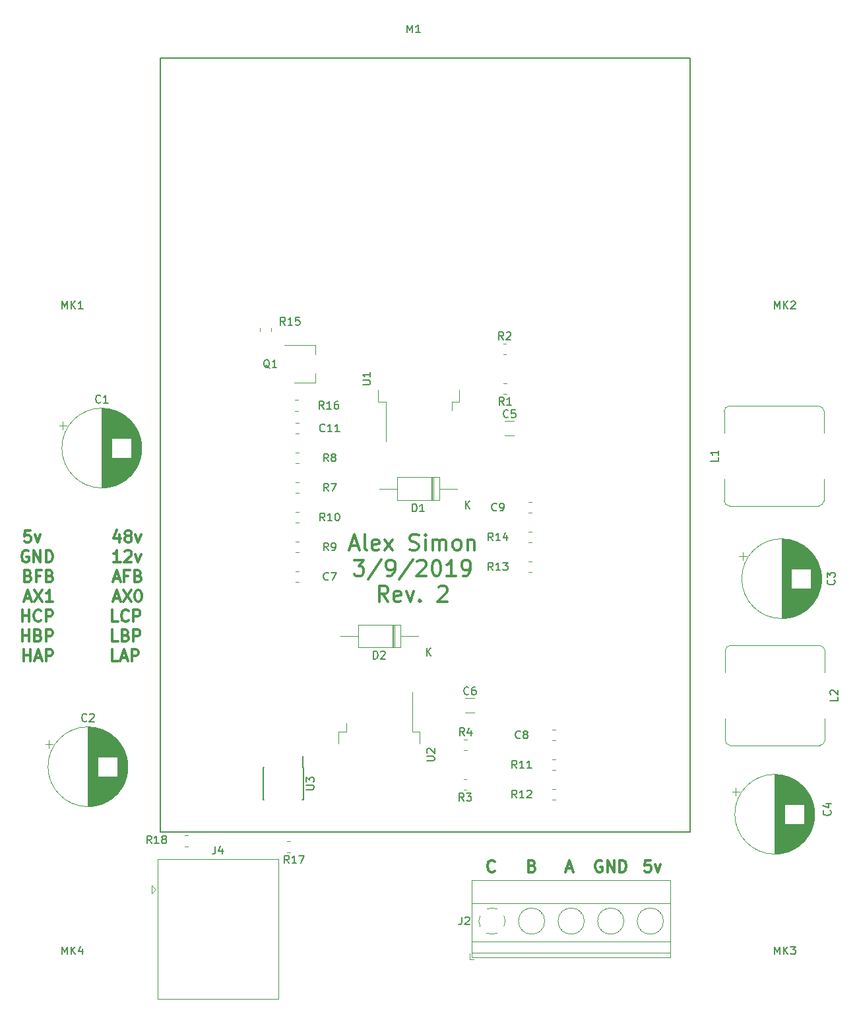
<source format=gto>
G04 #@! TF.GenerationSoftware,KiCad,Pcbnew,5.0.0-fee4fd1~65~ubuntu17.10.1*
G04 #@! TF.CreationDate,2019-03-23T08:07:37-05:00*
G04 #@! TF.ProjectId,control_v1,636F6E74726F6C5F76312E6B69636164,1*
G04 #@! TF.SameCoordinates,Original*
G04 #@! TF.FileFunction,Legend,Top*
G04 #@! TF.FilePolarity,Positive*
%FSLAX46Y46*%
G04 Gerber Fmt 4.6, Leading zero omitted, Abs format (unit mm)*
G04 Created by KiCad (PCBNEW 5.0.0-fee4fd1~65~ubuntu17.10.1) date Sat Mar 23 08:07:37 2019*
%MOMM*%
%LPD*%
G01*
G04 APERTURE LIST*
%ADD10C,0.300000*%
%ADD11C,0.120000*%
%ADD12C,0.150000*%
G04 APERTURE END LIST*
D10*
X120138428Y-106088571D02*
X119424142Y-106088571D01*
X119424142Y-104588571D01*
X120567000Y-105660000D02*
X121281285Y-105660000D01*
X120424142Y-106088571D02*
X120924142Y-104588571D01*
X121424142Y-106088571D01*
X121924142Y-106088571D02*
X121924142Y-104588571D01*
X122495571Y-104588571D01*
X122638428Y-104660000D01*
X122709857Y-104731428D01*
X122781285Y-104874285D01*
X122781285Y-105088571D01*
X122709857Y-105231428D01*
X122638428Y-105302857D01*
X122495571Y-105374285D01*
X121924142Y-105374285D01*
X120138428Y-103548571D02*
X119424142Y-103548571D01*
X119424142Y-102048571D01*
X121138428Y-102762857D02*
X121352714Y-102834285D01*
X121424142Y-102905714D01*
X121495571Y-103048571D01*
X121495571Y-103262857D01*
X121424142Y-103405714D01*
X121352714Y-103477142D01*
X121209857Y-103548571D01*
X120638428Y-103548571D01*
X120638428Y-102048571D01*
X121138428Y-102048571D01*
X121281285Y-102120000D01*
X121352714Y-102191428D01*
X121424142Y-102334285D01*
X121424142Y-102477142D01*
X121352714Y-102620000D01*
X121281285Y-102691428D01*
X121138428Y-102762857D01*
X120638428Y-102762857D01*
X122138428Y-103548571D02*
X122138428Y-102048571D01*
X122709857Y-102048571D01*
X122852714Y-102120000D01*
X122924142Y-102191428D01*
X122995571Y-102334285D01*
X122995571Y-102548571D01*
X122924142Y-102691428D01*
X122852714Y-102762857D01*
X122709857Y-102834285D01*
X122138428Y-102834285D01*
X120138428Y-101008571D02*
X119424142Y-101008571D01*
X119424142Y-99508571D01*
X121495571Y-100865714D02*
X121424142Y-100937142D01*
X121209857Y-101008571D01*
X121067000Y-101008571D01*
X120852714Y-100937142D01*
X120709857Y-100794285D01*
X120638428Y-100651428D01*
X120567000Y-100365714D01*
X120567000Y-100151428D01*
X120638428Y-99865714D01*
X120709857Y-99722857D01*
X120852714Y-99580000D01*
X121067000Y-99508571D01*
X121209857Y-99508571D01*
X121424142Y-99580000D01*
X121495571Y-99651428D01*
X122138428Y-101008571D02*
X122138428Y-99508571D01*
X122709857Y-99508571D01*
X122852714Y-99580000D01*
X122924142Y-99651428D01*
X122995571Y-99794285D01*
X122995571Y-100008571D01*
X122924142Y-100151428D01*
X122852714Y-100222857D01*
X122709857Y-100294285D01*
X122138428Y-100294285D01*
X119606714Y-98040000D02*
X120321000Y-98040000D01*
X119463857Y-98468571D02*
X119963857Y-96968571D01*
X120463857Y-98468571D01*
X120821000Y-96968571D02*
X121821000Y-98468571D01*
X121821000Y-96968571D02*
X120821000Y-98468571D01*
X122678142Y-96968571D02*
X122821000Y-96968571D01*
X122963857Y-97040000D01*
X123035285Y-97111428D01*
X123106714Y-97254285D01*
X123178142Y-97540000D01*
X123178142Y-97897142D01*
X123106714Y-98182857D01*
X123035285Y-98325714D01*
X122963857Y-98397142D01*
X122821000Y-98468571D01*
X122678142Y-98468571D01*
X122535285Y-98397142D01*
X122463857Y-98325714D01*
X122392428Y-98182857D01*
X122321000Y-97897142D01*
X122321000Y-97540000D01*
X122392428Y-97254285D01*
X122463857Y-97111428D01*
X122535285Y-97040000D01*
X122678142Y-96968571D01*
X119606714Y-95500000D02*
X120321000Y-95500000D01*
X119463857Y-95928571D02*
X119963857Y-94428571D01*
X120463857Y-95928571D01*
X121463857Y-95142857D02*
X120963857Y-95142857D01*
X120963857Y-95928571D02*
X120963857Y-94428571D01*
X121678142Y-94428571D01*
X122749571Y-95142857D02*
X122963857Y-95214285D01*
X123035285Y-95285714D01*
X123106714Y-95428571D01*
X123106714Y-95642857D01*
X123035285Y-95785714D01*
X122963857Y-95857142D01*
X122821000Y-95928571D01*
X122249571Y-95928571D01*
X122249571Y-94428571D01*
X122749571Y-94428571D01*
X122892428Y-94500000D01*
X122963857Y-94571428D01*
X123035285Y-94714285D01*
X123035285Y-94857142D01*
X122963857Y-95000000D01*
X122892428Y-95071428D01*
X122749571Y-95142857D01*
X122249571Y-95142857D01*
X120463857Y-93388571D02*
X119606714Y-93388571D01*
X120035285Y-93388571D02*
X120035285Y-91888571D01*
X119892428Y-92102857D01*
X119749571Y-92245714D01*
X119606714Y-92317142D01*
X121035285Y-92031428D02*
X121106714Y-91960000D01*
X121249571Y-91888571D01*
X121606714Y-91888571D01*
X121749571Y-91960000D01*
X121821000Y-92031428D01*
X121892428Y-92174285D01*
X121892428Y-92317142D01*
X121821000Y-92531428D01*
X120963857Y-93388571D01*
X121892428Y-93388571D01*
X122392428Y-92388571D02*
X122749571Y-93388571D01*
X123106714Y-92388571D01*
X120321000Y-89848571D02*
X120321000Y-90848571D01*
X119963857Y-89277142D02*
X119606714Y-90348571D01*
X120535285Y-90348571D01*
X121321000Y-89991428D02*
X121178142Y-89920000D01*
X121106714Y-89848571D01*
X121035285Y-89705714D01*
X121035285Y-89634285D01*
X121106714Y-89491428D01*
X121178142Y-89420000D01*
X121321000Y-89348571D01*
X121606714Y-89348571D01*
X121749571Y-89420000D01*
X121821000Y-89491428D01*
X121892428Y-89634285D01*
X121892428Y-89705714D01*
X121821000Y-89848571D01*
X121749571Y-89920000D01*
X121606714Y-89991428D01*
X121321000Y-89991428D01*
X121178142Y-90062857D01*
X121106714Y-90134285D01*
X121035285Y-90277142D01*
X121035285Y-90562857D01*
X121106714Y-90705714D01*
X121178142Y-90777142D01*
X121321000Y-90848571D01*
X121606714Y-90848571D01*
X121749571Y-90777142D01*
X121821000Y-90705714D01*
X121892428Y-90562857D01*
X121892428Y-90277142D01*
X121821000Y-90134285D01*
X121749571Y-90062857D01*
X121606714Y-89991428D01*
X122392428Y-89848571D02*
X122749571Y-90848571D01*
X123106714Y-89848571D01*
X108073000Y-106088571D02*
X108073000Y-104588571D01*
X108073000Y-105302857D02*
X108930142Y-105302857D01*
X108930142Y-106088571D02*
X108930142Y-104588571D01*
X109573000Y-105660000D02*
X110287285Y-105660000D01*
X109430142Y-106088571D02*
X109930142Y-104588571D01*
X110430142Y-106088571D01*
X110930142Y-106088571D02*
X110930142Y-104588571D01*
X111501571Y-104588571D01*
X111644428Y-104660000D01*
X111715857Y-104731428D01*
X111787285Y-104874285D01*
X111787285Y-105088571D01*
X111715857Y-105231428D01*
X111644428Y-105302857D01*
X111501571Y-105374285D01*
X110930142Y-105374285D01*
X107858714Y-103548571D02*
X107858714Y-102048571D01*
X107858714Y-102762857D02*
X108715857Y-102762857D01*
X108715857Y-103548571D02*
X108715857Y-102048571D01*
X109930142Y-102762857D02*
X110144428Y-102834285D01*
X110215857Y-102905714D01*
X110287285Y-103048571D01*
X110287285Y-103262857D01*
X110215857Y-103405714D01*
X110144428Y-103477142D01*
X110001571Y-103548571D01*
X109430142Y-103548571D01*
X109430142Y-102048571D01*
X109930142Y-102048571D01*
X110073000Y-102120000D01*
X110144428Y-102191428D01*
X110215857Y-102334285D01*
X110215857Y-102477142D01*
X110144428Y-102620000D01*
X110073000Y-102691428D01*
X109930142Y-102762857D01*
X109430142Y-102762857D01*
X110930142Y-103548571D02*
X110930142Y-102048571D01*
X111501571Y-102048571D01*
X111644428Y-102120000D01*
X111715857Y-102191428D01*
X111787285Y-102334285D01*
X111787285Y-102548571D01*
X111715857Y-102691428D01*
X111644428Y-102762857D01*
X111501571Y-102834285D01*
X110930142Y-102834285D01*
X107858714Y-101008571D02*
X107858714Y-99508571D01*
X107858714Y-100222857D02*
X108715857Y-100222857D01*
X108715857Y-101008571D02*
X108715857Y-99508571D01*
X110287285Y-100865714D02*
X110215857Y-100937142D01*
X110001571Y-101008571D01*
X109858714Y-101008571D01*
X109644428Y-100937142D01*
X109501571Y-100794285D01*
X109430142Y-100651428D01*
X109358714Y-100365714D01*
X109358714Y-100151428D01*
X109430142Y-99865714D01*
X109501571Y-99722857D01*
X109644428Y-99580000D01*
X109858714Y-99508571D01*
X110001571Y-99508571D01*
X110215857Y-99580000D01*
X110287285Y-99651428D01*
X110930142Y-101008571D02*
X110930142Y-99508571D01*
X111501571Y-99508571D01*
X111644428Y-99580000D01*
X111715857Y-99651428D01*
X111787285Y-99794285D01*
X111787285Y-100008571D01*
X111715857Y-100151428D01*
X111644428Y-100222857D01*
X111501571Y-100294285D01*
X110930142Y-100294285D01*
X108215857Y-98040000D02*
X108930142Y-98040000D01*
X108073000Y-98468571D02*
X108573000Y-96968571D01*
X109073000Y-98468571D01*
X109430142Y-96968571D02*
X110430142Y-98468571D01*
X110430142Y-96968571D02*
X109430142Y-98468571D01*
X111787285Y-98468571D02*
X110930142Y-98468571D01*
X111358714Y-98468571D02*
X111358714Y-96968571D01*
X111215857Y-97182857D01*
X111073000Y-97325714D01*
X110930142Y-97397142D01*
X108644428Y-95142857D02*
X108858714Y-95214285D01*
X108930142Y-95285714D01*
X109001571Y-95428571D01*
X109001571Y-95642857D01*
X108930142Y-95785714D01*
X108858714Y-95857142D01*
X108715857Y-95928571D01*
X108144428Y-95928571D01*
X108144428Y-94428571D01*
X108644428Y-94428571D01*
X108787285Y-94500000D01*
X108858714Y-94571428D01*
X108930142Y-94714285D01*
X108930142Y-94857142D01*
X108858714Y-95000000D01*
X108787285Y-95071428D01*
X108644428Y-95142857D01*
X108144428Y-95142857D01*
X110144428Y-95142857D02*
X109644428Y-95142857D01*
X109644428Y-95928571D02*
X109644428Y-94428571D01*
X110358714Y-94428571D01*
X111430142Y-95142857D02*
X111644428Y-95214285D01*
X111715857Y-95285714D01*
X111787285Y-95428571D01*
X111787285Y-95642857D01*
X111715857Y-95785714D01*
X111644428Y-95857142D01*
X111501571Y-95928571D01*
X110930142Y-95928571D01*
X110930142Y-94428571D01*
X111430142Y-94428571D01*
X111573000Y-94500000D01*
X111644428Y-94571428D01*
X111715857Y-94714285D01*
X111715857Y-94857142D01*
X111644428Y-95000000D01*
X111573000Y-95071428D01*
X111430142Y-95142857D01*
X110930142Y-95142857D01*
X108644428Y-91960000D02*
X108501571Y-91888571D01*
X108287285Y-91888571D01*
X108073000Y-91960000D01*
X107930142Y-92102857D01*
X107858714Y-92245714D01*
X107787285Y-92531428D01*
X107787285Y-92745714D01*
X107858714Y-93031428D01*
X107930142Y-93174285D01*
X108073000Y-93317142D01*
X108287285Y-93388571D01*
X108430142Y-93388571D01*
X108644428Y-93317142D01*
X108715857Y-93245714D01*
X108715857Y-92745714D01*
X108430142Y-92745714D01*
X109358714Y-93388571D02*
X109358714Y-91888571D01*
X110215857Y-93388571D01*
X110215857Y-91888571D01*
X110930142Y-93388571D02*
X110930142Y-91888571D01*
X111287285Y-91888571D01*
X111501571Y-91960000D01*
X111644428Y-92102857D01*
X111715857Y-92245714D01*
X111787285Y-92531428D01*
X111787285Y-92745714D01*
X111715857Y-93031428D01*
X111644428Y-93174285D01*
X111501571Y-93317142D01*
X111287285Y-93388571D01*
X110930142Y-93388571D01*
X108922000Y-89348571D02*
X108207714Y-89348571D01*
X108136285Y-90062857D01*
X108207714Y-89991428D01*
X108350571Y-89920000D01*
X108707714Y-89920000D01*
X108850571Y-89991428D01*
X108922000Y-90062857D01*
X108993428Y-90205714D01*
X108993428Y-90562857D01*
X108922000Y-90705714D01*
X108850571Y-90777142D01*
X108707714Y-90848571D01*
X108350571Y-90848571D01*
X108207714Y-90777142D01*
X108136285Y-90705714D01*
X109493428Y-89848571D02*
X109850571Y-90848571D01*
X110207714Y-89848571D01*
X182245142Y-131711000D02*
X182102285Y-131639571D01*
X181888000Y-131639571D01*
X181673714Y-131711000D01*
X181530857Y-131853857D01*
X181459428Y-131996714D01*
X181388000Y-132282428D01*
X181388000Y-132496714D01*
X181459428Y-132782428D01*
X181530857Y-132925285D01*
X181673714Y-133068142D01*
X181888000Y-133139571D01*
X182030857Y-133139571D01*
X182245142Y-133068142D01*
X182316571Y-132996714D01*
X182316571Y-132496714D01*
X182030857Y-132496714D01*
X182959428Y-133139571D02*
X182959428Y-131639571D01*
X183816571Y-133139571D01*
X183816571Y-131639571D01*
X184530857Y-133139571D02*
X184530857Y-131639571D01*
X184888000Y-131639571D01*
X185102285Y-131711000D01*
X185245142Y-131853857D01*
X185316571Y-131996714D01*
X185388000Y-132282428D01*
X185388000Y-132496714D01*
X185316571Y-132782428D01*
X185245142Y-132925285D01*
X185102285Y-133068142D01*
X184888000Y-133139571D01*
X184530857Y-133139571D01*
X188507714Y-131639571D02*
X187793428Y-131639571D01*
X187722000Y-132353857D01*
X187793428Y-132282428D01*
X187936285Y-132211000D01*
X188293428Y-132211000D01*
X188436285Y-132282428D01*
X188507714Y-132353857D01*
X188579142Y-132496714D01*
X188579142Y-132853857D01*
X188507714Y-132996714D01*
X188436285Y-133068142D01*
X188293428Y-133139571D01*
X187936285Y-133139571D01*
X187793428Y-133068142D01*
X187722000Y-132996714D01*
X189079142Y-132139571D02*
X189436285Y-133139571D01*
X189793428Y-132139571D01*
X177696857Y-132711000D02*
X178411142Y-132711000D01*
X177554000Y-133139571D02*
X178054000Y-131639571D01*
X178554000Y-133139571D01*
X173335142Y-132353857D02*
X173549428Y-132425285D01*
X173620857Y-132496714D01*
X173692285Y-132639571D01*
X173692285Y-132853857D01*
X173620857Y-132996714D01*
X173549428Y-133068142D01*
X173406571Y-133139571D01*
X172835142Y-133139571D01*
X172835142Y-131639571D01*
X173335142Y-131639571D01*
X173478000Y-131711000D01*
X173549428Y-131782428D01*
X173620857Y-131925285D01*
X173620857Y-132068142D01*
X173549428Y-132211000D01*
X173478000Y-132282428D01*
X173335142Y-132353857D01*
X172835142Y-132353857D01*
X168485285Y-132996714D02*
X168413857Y-133068142D01*
X168199571Y-133139571D01*
X168056714Y-133139571D01*
X167842428Y-133068142D01*
X167699571Y-132925285D01*
X167628142Y-132782428D01*
X167556714Y-132496714D01*
X167556714Y-132282428D01*
X167628142Y-131996714D01*
X167699571Y-131853857D01*
X167842428Y-131711000D01*
X168056714Y-131639571D01*
X168199571Y-131639571D01*
X168413857Y-131711000D01*
X168485285Y-131782428D01*
X149988000Y-91267333D02*
X150940380Y-91267333D01*
X149797523Y-91838761D02*
X150464190Y-89838761D01*
X151130857Y-91838761D01*
X152083238Y-91838761D02*
X151892761Y-91743523D01*
X151797523Y-91553047D01*
X151797523Y-89838761D01*
X153607047Y-91743523D02*
X153416571Y-91838761D01*
X153035619Y-91838761D01*
X152845142Y-91743523D01*
X152749904Y-91553047D01*
X152749904Y-90791142D01*
X152845142Y-90600666D01*
X153035619Y-90505428D01*
X153416571Y-90505428D01*
X153607047Y-90600666D01*
X153702285Y-90791142D01*
X153702285Y-90981619D01*
X152749904Y-91172095D01*
X154368952Y-91838761D02*
X155416571Y-90505428D01*
X154368952Y-90505428D02*
X155416571Y-91838761D01*
X157607047Y-91743523D02*
X157892761Y-91838761D01*
X158368952Y-91838761D01*
X158559428Y-91743523D01*
X158654666Y-91648285D01*
X158749904Y-91457809D01*
X158749904Y-91267333D01*
X158654666Y-91076857D01*
X158559428Y-90981619D01*
X158368952Y-90886380D01*
X157988000Y-90791142D01*
X157797523Y-90695904D01*
X157702285Y-90600666D01*
X157607047Y-90410190D01*
X157607047Y-90219714D01*
X157702285Y-90029238D01*
X157797523Y-89934000D01*
X157988000Y-89838761D01*
X158464190Y-89838761D01*
X158749904Y-89934000D01*
X159607047Y-91838761D02*
X159607047Y-90505428D01*
X159607047Y-89838761D02*
X159511809Y-89934000D01*
X159607047Y-90029238D01*
X159702285Y-89934000D01*
X159607047Y-89838761D01*
X159607047Y-90029238D01*
X160559428Y-91838761D02*
X160559428Y-90505428D01*
X160559428Y-90695904D02*
X160654666Y-90600666D01*
X160845142Y-90505428D01*
X161130857Y-90505428D01*
X161321333Y-90600666D01*
X161416571Y-90791142D01*
X161416571Y-91838761D01*
X161416571Y-90791142D02*
X161511809Y-90600666D01*
X161702285Y-90505428D01*
X161988000Y-90505428D01*
X162178476Y-90600666D01*
X162273714Y-90791142D01*
X162273714Y-91838761D01*
X163511809Y-91838761D02*
X163321333Y-91743523D01*
X163226095Y-91648285D01*
X163130857Y-91457809D01*
X163130857Y-90886380D01*
X163226095Y-90695904D01*
X163321333Y-90600666D01*
X163511809Y-90505428D01*
X163797523Y-90505428D01*
X163988000Y-90600666D01*
X164083238Y-90695904D01*
X164178476Y-90886380D01*
X164178476Y-91457809D01*
X164083238Y-91648285D01*
X163988000Y-91743523D01*
X163797523Y-91838761D01*
X163511809Y-91838761D01*
X165035619Y-90505428D02*
X165035619Y-91838761D01*
X165035619Y-90695904D02*
X165130857Y-90600666D01*
X165321333Y-90505428D01*
X165607047Y-90505428D01*
X165797523Y-90600666D01*
X165892761Y-90791142D01*
X165892761Y-91838761D01*
X150464190Y-93138761D02*
X151702285Y-93138761D01*
X151035619Y-93900666D01*
X151321333Y-93900666D01*
X151511809Y-93995904D01*
X151607047Y-94091142D01*
X151702285Y-94281619D01*
X151702285Y-94757809D01*
X151607047Y-94948285D01*
X151511809Y-95043523D01*
X151321333Y-95138761D01*
X150749904Y-95138761D01*
X150559428Y-95043523D01*
X150464190Y-94948285D01*
X153988000Y-93043523D02*
X152273714Y-95614952D01*
X154749904Y-95138761D02*
X155130857Y-95138761D01*
X155321333Y-95043523D01*
X155416571Y-94948285D01*
X155607047Y-94662571D01*
X155702285Y-94281619D01*
X155702285Y-93519714D01*
X155607047Y-93329238D01*
X155511809Y-93234000D01*
X155321333Y-93138761D01*
X154940380Y-93138761D01*
X154749904Y-93234000D01*
X154654666Y-93329238D01*
X154559428Y-93519714D01*
X154559428Y-93995904D01*
X154654666Y-94186380D01*
X154749904Y-94281619D01*
X154940380Y-94376857D01*
X155321333Y-94376857D01*
X155511809Y-94281619D01*
X155607047Y-94186380D01*
X155702285Y-93995904D01*
X157988000Y-93043523D02*
X156273714Y-95614952D01*
X158559428Y-93329238D02*
X158654666Y-93234000D01*
X158845142Y-93138761D01*
X159321333Y-93138761D01*
X159511809Y-93234000D01*
X159607047Y-93329238D01*
X159702285Y-93519714D01*
X159702285Y-93710190D01*
X159607047Y-93995904D01*
X158464190Y-95138761D01*
X159702285Y-95138761D01*
X160940380Y-93138761D02*
X161130857Y-93138761D01*
X161321333Y-93234000D01*
X161416571Y-93329238D01*
X161511809Y-93519714D01*
X161607047Y-93900666D01*
X161607047Y-94376857D01*
X161511809Y-94757809D01*
X161416571Y-94948285D01*
X161321333Y-95043523D01*
X161130857Y-95138761D01*
X160940380Y-95138761D01*
X160749904Y-95043523D01*
X160654666Y-94948285D01*
X160559428Y-94757809D01*
X160464190Y-94376857D01*
X160464190Y-93900666D01*
X160559428Y-93519714D01*
X160654666Y-93329238D01*
X160749904Y-93234000D01*
X160940380Y-93138761D01*
X163511809Y-95138761D02*
X162368952Y-95138761D01*
X162940380Y-95138761D02*
X162940380Y-93138761D01*
X162749904Y-93424476D01*
X162559428Y-93614952D01*
X162368952Y-93710190D01*
X164464190Y-95138761D02*
X164845142Y-95138761D01*
X165035619Y-95043523D01*
X165130857Y-94948285D01*
X165321333Y-94662571D01*
X165416571Y-94281619D01*
X165416571Y-93519714D01*
X165321333Y-93329238D01*
X165226095Y-93234000D01*
X165035619Y-93138761D01*
X164654666Y-93138761D01*
X164464190Y-93234000D01*
X164368952Y-93329238D01*
X164273714Y-93519714D01*
X164273714Y-93995904D01*
X164368952Y-94186380D01*
X164464190Y-94281619D01*
X164654666Y-94376857D01*
X165035619Y-94376857D01*
X165226095Y-94281619D01*
X165321333Y-94186380D01*
X165416571Y-93995904D01*
X154797523Y-98438761D02*
X154130857Y-97486380D01*
X153654666Y-98438761D02*
X153654666Y-96438761D01*
X154416571Y-96438761D01*
X154607047Y-96534000D01*
X154702285Y-96629238D01*
X154797523Y-96819714D01*
X154797523Y-97105428D01*
X154702285Y-97295904D01*
X154607047Y-97391142D01*
X154416571Y-97486380D01*
X153654666Y-97486380D01*
X156416571Y-98343523D02*
X156226095Y-98438761D01*
X155845142Y-98438761D01*
X155654666Y-98343523D01*
X155559428Y-98153047D01*
X155559428Y-97391142D01*
X155654666Y-97200666D01*
X155845142Y-97105428D01*
X156226095Y-97105428D01*
X156416571Y-97200666D01*
X156511809Y-97391142D01*
X156511809Y-97581619D01*
X155559428Y-97772095D01*
X157178476Y-97105428D02*
X157654666Y-98438761D01*
X158130857Y-97105428D01*
X158892761Y-98248285D02*
X158988000Y-98343523D01*
X158892761Y-98438761D01*
X158797523Y-98343523D01*
X158892761Y-98248285D01*
X158892761Y-98438761D01*
X161273714Y-96629238D02*
X161368952Y-96534000D01*
X161559428Y-96438761D01*
X162035619Y-96438761D01*
X162226095Y-96534000D01*
X162321333Y-96629238D01*
X162416571Y-96819714D01*
X162416571Y-97010190D01*
X162321333Y-97295904D01*
X161178476Y-98438761D01*
X162416571Y-98438761D01*
D11*
G04 #@! TO.C,C3*
X200339354Y-92129000D02*
X200339354Y-93129000D01*
X199839354Y-92629000D02*
X200839354Y-92629000D01*
X210400000Y-94905000D02*
X210400000Y-96103000D01*
X210360000Y-94642000D02*
X210360000Y-96366000D01*
X210320000Y-94442000D02*
X210320000Y-96566000D01*
X210280000Y-94274000D02*
X210280000Y-96734000D01*
X210240000Y-94126000D02*
X210240000Y-96882000D01*
X210200000Y-93994000D02*
X210200000Y-97014000D01*
X210160000Y-93874000D02*
X210160000Y-97134000D01*
X210120000Y-93762000D02*
X210120000Y-97246000D01*
X210080000Y-93658000D02*
X210080000Y-97350000D01*
X210040000Y-93560000D02*
X210040000Y-97448000D01*
X210000000Y-93467000D02*
X210000000Y-97541000D01*
X209960000Y-93379000D02*
X209960000Y-97629000D01*
X209920000Y-93295000D02*
X209920000Y-97713000D01*
X209880000Y-93215000D02*
X209880000Y-97793000D01*
X209840000Y-93139000D02*
X209840000Y-97869000D01*
X209800000Y-93065000D02*
X209800000Y-97943000D01*
X209760000Y-92994000D02*
X209760000Y-98014000D01*
X209720000Y-92925000D02*
X209720000Y-98083000D01*
X209680000Y-92859000D02*
X209680000Y-98149000D01*
X209640000Y-92795000D02*
X209640000Y-98213000D01*
X209600000Y-92734000D02*
X209600000Y-98274000D01*
X209560000Y-92674000D02*
X209560000Y-98334000D01*
X209520000Y-92615000D02*
X209520000Y-98393000D01*
X209480000Y-92559000D02*
X209480000Y-98449000D01*
X209440000Y-92504000D02*
X209440000Y-98504000D01*
X209400000Y-92450000D02*
X209400000Y-98558000D01*
X209360000Y-92398000D02*
X209360000Y-98610000D01*
X209320000Y-92348000D02*
X209320000Y-98660000D01*
X209280000Y-92298000D02*
X209280000Y-98710000D01*
X209240000Y-92250000D02*
X209240000Y-98758000D01*
X209200000Y-92203000D02*
X209200000Y-98805000D01*
X209160000Y-92157000D02*
X209160000Y-98851000D01*
X209120000Y-92112000D02*
X209120000Y-98896000D01*
X209080000Y-92068000D02*
X209080000Y-98940000D01*
X209040000Y-96745000D02*
X209040000Y-98982000D01*
X209040000Y-92026000D02*
X209040000Y-94263000D01*
X209000000Y-96745000D02*
X209000000Y-99024000D01*
X209000000Y-91984000D02*
X209000000Y-94263000D01*
X208960000Y-96745000D02*
X208960000Y-99065000D01*
X208960000Y-91943000D02*
X208960000Y-94263000D01*
X208920000Y-96745000D02*
X208920000Y-99105000D01*
X208920000Y-91903000D02*
X208920000Y-94263000D01*
X208880000Y-96745000D02*
X208880000Y-99144000D01*
X208880000Y-91864000D02*
X208880000Y-94263000D01*
X208840000Y-96745000D02*
X208840000Y-99183000D01*
X208840000Y-91825000D02*
X208840000Y-94263000D01*
X208800000Y-96745000D02*
X208800000Y-99220000D01*
X208800000Y-91788000D02*
X208800000Y-94263000D01*
X208760000Y-96745000D02*
X208760000Y-99257000D01*
X208760000Y-91751000D02*
X208760000Y-94263000D01*
X208720000Y-96745000D02*
X208720000Y-99293000D01*
X208720000Y-91715000D02*
X208720000Y-94263000D01*
X208680000Y-96745000D02*
X208680000Y-99328000D01*
X208680000Y-91680000D02*
X208680000Y-94263000D01*
X208640000Y-96745000D02*
X208640000Y-99362000D01*
X208640000Y-91646000D02*
X208640000Y-94263000D01*
X208600000Y-96745000D02*
X208600000Y-99396000D01*
X208600000Y-91612000D02*
X208600000Y-94263000D01*
X208560000Y-96745000D02*
X208560000Y-99429000D01*
X208560000Y-91579000D02*
X208560000Y-94263000D01*
X208520000Y-96745000D02*
X208520000Y-99461000D01*
X208520000Y-91547000D02*
X208520000Y-94263000D01*
X208480000Y-96745000D02*
X208480000Y-99493000D01*
X208480000Y-91515000D02*
X208480000Y-94263000D01*
X208440000Y-96745000D02*
X208440000Y-99524000D01*
X208440000Y-91484000D02*
X208440000Y-94263000D01*
X208400000Y-96745000D02*
X208400000Y-99554000D01*
X208400000Y-91454000D02*
X208400000Y-94263000D01*
X208360000Y-96745000D02*
X208360000Y-99584000D01*
X208360000Y-91424000D02*
X208360000Y-94263000D01*
X208320000Y-96745000D02*
X208320000Y-99614000D01*
X208320000Y-91394000D02*
X208320000Y-94263000D01*
X208280000Y-96745000D02*
X208280000Y-99642000D01*
X208280000Y-91366000D02*
X208280000Y-94263000D01*
X208240000Y-96745000D02*
X208240000Y-99670000D01*
X208240000Y-91338000D02*
X208240000Y-94263000D01*
X208200000Y-96745000D02*
X208200000Y-99698000D01*
X208200000Y-91310000D02*
X208200000Y-94263000D01*
X208160000Y-96745000D02*
X208160000Y-99725000D01*
X208160000Y-91283000D02*
X208160000Y-94263000D01*
X208120000Y-96745000D02*
X208120000Y-99751000D01*
X208120000Y-91257000D02*
X208120000Y-94263000D01*
X208080000Y-96745000D02*
X208080000Y-99777000D01*
X208080000Y-91231000D02*
X208080000Y-94263000D01*
X208040000Y-96745000D02*
X208040000Y-99802000D01*
X208040000Y-91206000D02*
X208040000Y-94263000D01*
X208000000Y-96745000D02*
X208000000Y-99827000D01*
X208000000Y-91181000D02*
X208000000Y-94263000D01*
X207960000Y-96745000D02*
X207960000Y-99851000D01*
X207960000Y-91157000D02*
X207960000Y-94263000D01*
X207920000Y-96745000D02*
X207920000Y-99875000D01*
X207920000Y-91133000D02*
X207920000Y-94263000D01*
X207880000Y-96745000D02*
X207880000Y-99899000D01*
X207880000Y-91109000D02*
X207880000Y-94263000D01*
X207840000Y-96745000D02*
X207840000Y-99921000D01*
X207840000Y-91087000D02*
X207840000Y-94263000D01*
X207800000Y-96745000D02*
X207800000Y-99944000D01*
X207800000Y-91064000D02*
X207800000Y-94263000D01*
X207760000Y-96745000D02*
X207760000Y-99966000D01*
X207760000Y-91042000D02*
X207760000Y-94263000D01*
X207720000Y-96745000D02*
X207720000Y-99987000D01*
X207720000Y-91021000D02*
X207720000Y-94263000D01*
X207680000Y-96745000D02*
X207680000Y-100008000D01*
X207680000Y-91000000D02*
X207680000Y-94263000D01*
X207640000Y-96745000D02*
X207640000Y-100029000D01*
X207640000Y-90979000D02*
X207640000Y-94263000D01*
X207600000Y-96745000D02*
X207600000Y-100049000D01*
X207600000Y-90959000D02*
X207600000Y-94263000D01*
X207560000Y-96745000D02*
X207560000Y-100068000D01*
X207560000Y-90940000D02*
X207560000Y-94263000D01*
X207520000Y-96745000D02*
X207520000Y-100088000D01*
X207520000Y-90920000D02*
X207520000Y-94263000D01*
X207480000Y-96745000D02*
X207480000Y-100107000D01*
X207480000Y-90901000D02*
X207480000Y-94263000D01*
X207440000Y-96745000D02*
X207440000Y-100125000D01*
X207440000Y-90883000D02*
X207440000Y-94263000D01*
X207400000Y-96745000D02*
X207400000Y-100143000D01*
X207400000Y-90865000D02*
X207400000Y-94263000D01*
X207360000Y-96745000D02*
X207360000Y-100161000D01*
X207360000Y-90847000D02*
X207360000Y-94263000D01*
X207320000Y-96745000D02*
X207320000Y-100178000D01*
X207320000Y-90830000D02*
X207320000Y-94263000D01*
X207280000Y-96745000D02*
X207280000Y-100194000D01*
X207280000Y-90814000D02*
X207280000Y-94263000D01*
X207240000Y-96745000D02*
X207240000Y-100211000D01*
X207240000Y-90797000D02*
X207240000Y-94263000D01*
X207200000Y-96745000D02*
X207200000Y-100227000D01*
X207200000Y-90781000D02*
X207200000Y-94263000D01*
X207160000Y-96745000D02*
X207160000Y-100242000D01*
X207160000Y-90766000D02*
X207160000Y-94263000D01*
X207120000Y-96745000D02*
X207120000Y-100258000D01*
X207120000Y-90750000D02*
X207120000Y-94263000D01*
X207080000Y-96745000D02*
X207080000Y-100272000D01*
X207080000Y-90736000D02*
X207080000Y-94263000D01*
X207040000Y-96745000D02*
X207040000Y-100287000D01*
X207040000Y-90721000D02*
X207040000Y-94263000D01*
X207000000Y-96745000D02*
X207000000Y-100301000D01*
X207000000Y-90707000D02*
X207000000Y-94263000D01*
X206960000Y-96745000D02*
X206960000Y-100315000D01*
X206960000Y-90693000D02*
X206960000Y-94263000D01*
X206920000Y-96745000D02*
X206920000Y-100328000D01*
X206920000Y-90680000D02*
X206920000Y-94263000D01*
X206880000Y-96745000D02*
X206880000Y-100341000D01*
X206880000Y-90667000D02*
X206880000Y-94263000D01*
X206840000Y-96745000D02*
X206840000Y-100354000D01*
X206840000Y-90654000D02*
X206840000Y-94263000D01*
X206800000Y-96745000D02*
X206800000Y-100366000D01*
X206800000Y-90642000D02*
X206800000Y-94263000D01*
X206760000Y-96745000D02*
X206760000Y-100378000D01*
X206760000Y-90630000D02*
X206760000Y-94263000D01*
X206720000Y-96745000D02*
X206720000Y-100389000D01*
X206720000Y-90619000D02*
X206720000Y-94263000D01*
X206680000Y-96745000D02*
X206680000Y-100401000D01*
X206680000Y-90607000D02*
X206680000Y-94263000D01*
X206640000Y-96745000D02*
X206640000Y-100411000D01*
X206640000Y-90597000D02*
X206640000Y-94263000D01*
X206600000Y-96745000D02*
X206600000Y-100422000D01*
X206600000Y-90586000D02*
X206600000Y-94263000D01*
X206560000Y-90576000D02*
X206560000Y-100432000D01*
X206520000Y-90566000D02*
X206520000Y-100442000D01*
X206480000Y-90557000D02*
X206480000Y-100451000D01*
X206440000Y-90548000D02*
X206440000Y-100460000D01*
X206400000Y-90539000D02*
X206400000Y-100469000D01*
X206360000Y-90530000D02*
X206360000Y-100478000D01*
X206320000Y-90522000D02*
X206320000Y-100486000D01*
X206280000Y-90514000D02*
X206280000Y-100494000D01*
X206240000Y-90507000D02*
X206240000Y-100501000D01*
X206200000Y-90500000D02*
X206200000Y-100508000D01*
X206160000Y-90493000D02*
X206160000Y-100515000D01*
X206120000Y-90486000D02*
X206120000Y-100522000D01*
X206080000Y-90480000D02*
X206080000Y-100528000D01*
X206040000Y-90474000D02*
X206040000Y-100534000D01*
X205999000Y-90469000D02*
X205999000Y-100539000D01*
X205959000Y-90464000D02*
X205959000Y-100544000D01*
X205919000Y-90459000D02*
X205919000Y-100549000D01*
X205879000Y-90454000D02*
X205879000Y-100554000D01*
X205839000Y-90450000D02*
X205839000Y-100558000D01*
X205799000Y-90446000D02*
X205799000Y-100562000D01*
X205759000Y-90442000D02*
X205759000Y-100566000D01*
X205719000Y-90439000D02*
X205719000Y-100569000D01*
X205679000Y-90436000D02*
X205679000Y-100572000D01*
X205639000Y-90434000D02*
X205639000Y-100574000D01*
X205599000Y-90431000D02*
X205599000Y-100577000D01*
X205559000Y-90429000D02*
X205559000Y-100579000D01*
X205519000Y-90427000D02*
X205519000Y-100581000D01*
X205479000Y-90426000D02*
X205479000Y-100582000D01*
X205439000Y-90425000D02*
X205439000Y-100583000D01*
X205399000Y-90424000D02*
X205399000Y-100584000D01*
X205359000Y-90424000D02*
X205359000Y-100584000D01*
X205319000Y-90424000D02*
X205319000Y-100584000D01*
X210439000Y-95504000D02*
G75*
G03X210439000Y-95504000I-5120000J0D01*
G01*
D12*
G04 #@! TO.C,M1*
X193580000Y-127980000D02*
X193580000Y-28730000D01*
X125580000Y-127980000D02*
X193580000Y-127980000D01*
X125580000Y-28730000D02*
X125580000Y-127980000D01*
X193580000Y-28730000D02*
X125580000Y-28730000D01*
D11*
G04 #@! TO.C,C5*
X169795436Y-77110000D02*
X170999564Y-77110000D01*
X169795436Y-75290000D02*
X170999564Y-75290000D01*
G04 #@! TO.C,C6*
X164715436Y-112670000D02*
X165919564Y-112670000D01*
X164715436Y-110850000D02*
X165919564Y-110850000D01*
G04 #@! TO.C,D1*
X160613800Y-85442400D02*
X160613800Y-82502400D01*
X160373800Y-85442400D02*
X160373800Y-82502400D01*
X160493800Y-85442400D02*
X160493800Y-82502400D01*
X153663800Y-83972400D02*
X155953800Y-83972400D01*
X163683800Y-83972400D02*
X161393800Y-83972400D01*
X155953800Y-85442400D02*
X161393800Y-85442400D01*
X155953800Y-82502400D02*
X155953800Y-85442400D01*
X161393800Y-82502400D02*
X155953800Y-82502400D01*
X161393800Y-85442400D02*
X161393800Y-82502400D01*
G04 #@! TO.C,D2*
X155610000Y-104340000D02*
X155610000Y-101400000D01*
X155370000Y-104340000D02*
X155370000Y-101400000D01*
X155490000Y-104340000D02*
X155490000Y-101400000D01*
X148660000Y-102870000D02*
X150950000Y-102870000D01*
X158680000Y-102870000D02*
X156390000Y-102870000D01*
X150950000Y-104340000D02*
X156390000Y-104340000D01*
X150950000Y-101400000D02*
X150950000Y-104340000D01*
X156390000Y-101400000D02*
X150950000Y-101400000D01*
X156390000Y-104340000D02*
X156390000Y-101400000D01*
G04 #@! TO.C,J2*
X165308000Y-144346000D02*
X165808000Y-144346000D01*
X165308000Y-143606000D02*
X165308000Y-144346000D01*
X187241000Y-140469000D02*
X187194000Y-140515000D01*
X189538000Y-138171000D02*
X189503000Y-138207000D01*
X187434000Y-140685000D02*
X187399000Y-140720000D01*
X189743000Y-138377000D02*
X189696000Y-138423000D01*
X182161000Y-140469000D02*
X182114000Y-140515000D01*
X184458000Y-138171000D02*
X184423000Y-138207000D01*
X182354000Y-140685000D02*
X182319000Y-140720000D01*
X184663000Y-138377000D02*
X184616000Y-138423000D01*
X177081000Y-140469000D02*
X177034000Y-140515000D01*
X179378000Y-138171000D02*
X179343000Y-138207000D01*
X177274000Y-140685000D02*
X177239000Y-140720000D01*
X179583000Y-138377000D02*
X179536000Y-138423000D01*
X172001000Y-140469000D02*
X171954000Y-140515000D01*
X174298000Y-138171000D02*
X174263000Y-138207000D01*
X172194000Y-140685000D02*
X172159000Y-140720000D01*
X174503000Y-138377000D02*
X174456000Y-138423000D01*
X191068000Y-134185000D02*
X191068000Y-144106000D01*
X165548000Y-134185000D02*
X165548000Y-144106000D01*
X165548000Y-144106000D02*
X191068000Y-144106000D01*
X165548000Y-134185000D02*
X191068000Y-134185000D01*
X165548000Y-137145000D02*
X191068000Y-137145000D01*
X165548000Y-142046000D02*
X191068000Y-142046000D01*
X165548000Y-143546000D02*
X191068000Y-143546000D01*
X190148000Y-139446000D02*
G75*
G03X190148000Y-139446000I-1680000J0D01*
G01*
X185068000Y-139446000D02*
G75*
G03X185068000Y-139446000I-1680000J0D01*
G01*
X179988000Y-139446000D02*
G75*
G03X179988000Y-139446000I-1680000J0D01*
G01*
X174908000Y-139446000D02*
G75*
G03X174908000Y-139446000I-1680000J0D01*
G01*
X168176805Y-141126253D02*
G75*
G02X167464000Y-140981000I-28805J1680253D01*
G01*
X166612574Y-140129042D02*
G75*
G02X166613000Y-138762000I1535426J683042D01*
G01*
X167464958Y-137910574D02*
G75*
G02X168832000Y-137911000I683042J-1535426D01*
G01*
X169683426Y-138762958D02*
G75*
G02X169683000Y-140130000I-1535426J-683042D01*
G01*
X168831318Y-140980756D02*
G75*
G02X168148000Y-141126000I-683318J1534756D01*
G01*
G04 #@! TO.C,J4*
X125209000Y-131502000D02*
X125209000Y-149462000D01*
X140729000Y-131502000D02*
X125209000Y-131502000D01*
X140729000Y-131502000D02*
X140729000Y-149462000D01*
X125209000Y-149462000D02*
X140729000Y-149462000D01*
X125024000Y-135382000D02*
X124524000Y-134882000D01*
X124524000Y-134882000D02*
X124524000Y-135882000D01*
X124524000Y-135882000D02*
X125024000Y-135382000D01*
G04 #@! TO.C,L1*
X210093000Y-73356000D02*
G75*
G02X210743000Y-74006000I0J-650000D01*
G01*
X210743000Y-85506000D02*
G75*
G02X210093000Y-86156000I-650000J0D01*
G01*
X198593000Y-86156000D02*
G75*
G02X197943000Y-85506000I0J650000D01*
G01*
X197943000Y-74006000D02*
G75*
G02X198593000Y-73356000I650000J0D01*
G01*
X210743000Y-82756000D02*
X210743000Y-85506000D01*
X197943000Y-82756000D02*
X197943000Y-85506000D01*
X210743000Y-74006000D02*
X210743000Y-76756000D01*
X210093000Y-86156000D02*
X198593000Y-86156000D01*
X197943000Y-74006000D02*
X197943000Y-76756000D01*
X198593000Y-73356000D02*
X210093000Y-73356000D01*
G04 #@! TO.C,L2*
X210220000Y-104090000D02*
G75*
G02X210870000Y-104740000I0J-650000D01*
G01*
X210870000Y-116240000D02*
G75*
G02X210220000Y-116890000I-650000J0D01*
G01*
X198720000Y-116890000D02*
G75*
G02X198070000Y-116240000I0J650000D01*
G01*
X198070000Y-104740000D02*
G75*
G02X198720000Y-104090000I650000J0D01*
G01*
X210870000Y-113490000D02*
X210870000Y-116240000D01*
X198070000Y-113490000D02*
X198070000Y-116240000D01*
X210870000Y-104740000D02*
X210870000Y-107490000D01*
X210220000Y-116890000D02*
X198720000Y-116890000D01*
X198070000Y-104740000D02*
X198070000Y-107490000D01*
X198720000Y-104090000D02*
X210220000Y-104090000D01*
G04 #@! TO.C,R1*
X170055483Y-70410000D02*
X169639517Y-70410000D01*
X170055483Y-71830000D02*
X169639517Y-71830000D01*
G04 #@! TO.C,R4*
X164559517Y-117550000D02*
X164975483Y-117550000D01*
X164559517Y-116130000D02*
X164975483Y-116130000D01*
G04 #@! TO.C,R7*
X142969517Y-84530000D02*
X143385483Y-84530000D01*
X142969517Y-83110000D02*
X143385483Y-83110000D01*
G04 #@! TO.C,R8*
X143385483Y-79300000D02*
X142969517Y-79300000D01*
X143385483Y-80720000D02*
X142969517Y-80720000D01*
G04 #@! TO.C,U1*
X163000000Y-72800000D02*
X163000000Y-73900000D01*
X163950000Y-72800000D02*
X163000000Y-72800000D01*
X163950000Y-71300000D02*
X163950000Y-72800000D01*
X154500000Y-72800000D02*
X154500000Y-77925000D01*
X153550000Y-72800000D02*
X154500000Y-72800000D01*
X153550000Y-71300000D02*
X153550000Y-72800000D01*
G04 #@! TO.C,U2*
X149420000Y-115160000D02*
X149420000Y-114060000D01*
X148470000Y-115160000D02*
X149420000Y-115160000D01*
X148470000Y-116660000D02*
X148470000Y-115160000D01*
X157920000Y-115160000D02*
X157920000Y-110035000D01*
X158870000Y-115160000D02*
X157920000Y-115160000D01*
X158870000Y-116660000D02*
X158870000Y-115160000D01*
G04 #@! TO.C,C7*
X142969517Y-95960000D02*
X143385483Y-95960000D01*
X142969517Y-94540000D02*
X143385483Y-94540000D01*
G04 #@! TO.C,C8*
X176308483Y-114860000D02*
X175892517Y-114860000D01*
X176308483Y-116280000D02*
X175892517Y-116280000D01*
G04 #@! TO.C,C9*
X173260483Y-85650000D02*
X172844517Y-85650000D01*
X173260483Y-87070000D02*
X172844517Y-87070000D01*
G04 #@! TO.C,C11*
X142969517Y-76910000D02*
X143385483Y-76910000D01*
X142969517Y-75490000D02*
X143385483Y-75490000D01*
G04 #@! TO.C,R9*
X142969517Y-92150000D02*
X143385483Y-92150000D01*
X142969517Y-90730000D02*
X143385483Y-90730000D01*
G04 #@! TO.C,R10*
X142969517Y-88340000D02*
X143385483Y-88340000D01*
X142969517Y-86920000D02*
X143385483Y-86920000D01*
G04 #@! TO.C,R11*
X176308483Y-118670000D02*
X175892517Y-118670000D01*
X176308483Y-120090000D02*
X175892517Y-120090000D01*
G04 #@! TO.C,R12*
X176308483Y-122480000D02*
X175892517Y-122480000D01*
X176308483Y-123900000D02*
X175892517Y-123900000D01*
G04 #@! TO.C,R13*
X173260483Y-93270000D02*
X172844517Y-93270000D01*
X173260483Y-94690000D02*
X172844517Y-94690000D01*
G04 #@! TO.C,R14*
X173260483Y-89460000D02*
X172844517Y-89460000D01*
X173260483Y-90880000D02*
X172844517Y-90880000D01*
G04 #@! TO.C,C1*
X113090354Y-75365000D02*
X113090354Y-76365000D01*
X112590354Y-75865000D02*
X113590354Y-75865000D01*
X123151000Y-78141000D02*
X123151000Y-79339000D01*
X123111000Y-77878000D02*
X123111000Y-79602000D01*
X123071000Y-77678000D02*
X123071000Y-79802000D01*
X123031000Y-77510000D02*
X123031000Y-79970000D01*
X122991000Y-77362000D02*
X122991000Y-80118000D01*
X122951000Y-77230000D02*
X122951000Y-80250000D01*
X122911000Y-77110000D02*
X122911000Y-80370000D01*
X122871000Y-76998000D02*
X122871000Y-80482000D01*
X122831000Y-76894000D02*
X122831000Y-80586000D01*
X122791000Y-76796000D02*
X122791000Y-80684000D01*
X122751000Y-76703000D02*
X122751000Y-80777000D01*
X122711000Y-76615000D02*
X122711000Y-80865000D01*
X122671000Y-76531000D02*
X122671000Y-80949000D01*
X122631000Y-76451000D02*
X122631000Y-81029000D01*
X122591000Y-76375000D02*
X122591000Y-81105000D01*
X122551000Y-76301000D02*
X122551000Y-81179000D01*
X122511000Y-76230000D02*
X122511000Y-81250000D01*
X122471000Y-76161000D02*
X122471000Y-81319000D01*
X122431000Y-76095000D02*
X122431000Y-81385000D01*
X122391000Y-76031000D02*
X122391000Y-81449000D01*
X122351000Y-75970000D02*
X122351000Y-81510000D01*
X122311000Y-75910000D02*
X122311000Y-81570000D01*
X122271000Y-75851000D02*
X122271000Y-81629000D01*
X122231000Y-75795000D02*
X122231000Y-81685000D01*
X122191000Y-75740000D02*
X122191000Y-81740000D01*
X122151000Y-75686000D02*
X122151000Y-81794000D01*
X122111000Y-75634000D02*
X122111000Y-81846000D01*
X122071000Y-75584000D02*
X122071000Y-81896000D01*
X122031000Y-75534000D02*
X122031000Y-81946000D01*
X121991000Y-75486000D02*
X121991000Y-81994000D01*
X121951000Y-75439000D02*
X121951000Y-82041000D01*
X121911000Y-75393000D02*
X121911000Y-82087000D01*
X121871000Y-75348000D02*
X121871000Y-82132000D01*
X121831000Y-75304000D02*
X121831000Y-82176000D01*
X121791000Y-79981000D02*
X121791000Y-82218000D01*
X121791000Y-75262000D02*
X121791000Y-77499000D01*
X121751000Y-79981000D02*
X121751000Y-82260000D01*
X121751000Y-75220000D02*
X121751000Y-77499000D01*
X121711000Y-79981000D02*
X121711000Y-82301000D01*
X121711000Y-75179000D02*
X121711000Y-77499000D01*
X121671000Y-79981000D02*
X121671000Y-82341000D01*
X121671000Y-75139000D02*
X121671000Y-77499000D01*
X121631000Y-79981000D02*
X121631000Y-82380000D01*
X121631000Y-75100000D02*
X121631000Y-77499000D01*
X121591000Y-79981000D02*
X121591000Y-82419000D01*
X121591000Y-75061000D02*
X121591000Y-77499000D01*
X121551000Y-79981000D02*
X121551000Y-82456000D01*
X121551000Y-75024000D02*
X121551000Y-77499000D01*
X121511000Y-79981000D02*
X121511000Y-82493000D01*
X121511000Y-74987000D02*
X121511000Y-77499000D01*
X121471000Y-79981000D02*
X121471000Y-82529000D01*
X121471000Y-74951000D02*
X121471000Y-77499000D01*
X121431000Y-79981000D02*
X121431000Y-82564000D01*
X121431000Y-74916000D02*
X121431000Y-77499000D01*
X121391000Y-79981000D02*
X121391000Y-82598000D01*
X121391000Y-74882000D02*
X121391000Y-77499000D01*
X121351000Y-79981000D02*
X121351000Y-82632000D01*
X121351000Y-74848000D02*
X121351000Y-77499000D01*
X121311000Y-79981000D02*
X121311000Y-82665000D01*
X121311000Y-74815000D02*
X121311000Y-77499000D01*
X121271000Y-79981000D02*
X121271000Y-82697000D01*
X121271000Y-74783000D02*
X121271000Y-77499000D01*
X121231000Y-79981000D02*
X121231000Y-82729000D01*
X121231000Y-74751000D02*
X121231000Y-77499000D01*
X121191000Y-79981000D02*
X121191000Y-82760000D01*
X121191000Y-74720000D02*
X121191000Y-77499000D01*
X121151000Y-79981000D02*
X121151000Y-82790000D01*
X121151000Y-74690000D02*
X121151000Y-77499000D01*
X121111000Y-79981000D02*
X121111000Y-82820000D01*
X121111000Y-74660000D02*
X121111000Y-77499000D01*
X121071000Y-79981000D02*
X121071000Y-82850000D01*
X121071000Y-74630000D02*
X121071000Y-77499000D01*
X121031000Y-79981000D02*
X121031000Y-82878000D01*
X121031000Y-74602000D02*
X121031000Y-77499000D01*
X120991000Y-79981000D02*
X120991000Y-82906000D01*
X120991000Y-74574000D02*
X120991000Y-77499000D01*
X120951000Y-79981000D02*
X120951000Y-82934000D01*
X120951000Y-74546000D02*
X120951000Y-77499000D01*
X120911000Y-79981000D02*
X120911000Y-82961000D01*
X120911000Y-74519000D02*
X120911000Y-77499000D01*
X120871000Y-79981000D02*
X120871000Y-82987000D01*
X120871000Y-74493000D02*
X120871000Y-77499000D01*
X120831000Y-79981000D02*
X120831000Y-83013000D01*
X120831000Y-74467000D02*
X120831000Y-77499000D01*
X120791000Y-79981000D02*
X120791000Y-83038000D01*
X120791000Y-74442000D02*
X120791000Y-77499000D01*
X120751000Y-79981000D02*
X120751000Y-83063000D01*
X120751000Y-74417000D02*
X120751000Y-77499000D01*
X120711000Y-79981000D02*
X120711000Y-83087000D01*
X120711000Y-74393000D02*
X120711000Y-77499000D01*
X120671000Y-79981000D02*
X120671000Y-83111000D01*
X120671000Y-74369000D02*
X120671000Y-77499000D01*
X120631000Y-79981000D02*
X120631000Y-83135000D01*
X120631000Y-74345000D02*
X120631000Y-77499000D01*
X120591000Y-79981000D02*
X120591000Y-83157000D01*
X120591000Y-74323000D02*
X120591000Y-77499000D01*
X120551000Y-79981000D02*
X120551000Y-83180000D01*
X120551000Y-74300000D02*
X120551000Y-77499000D01*
X120511000Y-79981000D02*
X120511000Y-83202000D01*
X120511000Y-74278000D02*
X120511000Y-77499000D01*
X120471000Y-79981000D02*
X120471000Y-83223000D01*
X120471000Y-74257000D02*
X120471000Y-77499000D01*
X120431000Y-79981000D02*
X120431000Y-83244000D01*
X120431000Y-74236000D02*
X120431000Y-77499000D01*
X120391000Y-79981000D02*
X120391000Y-83265000D01*
X120391000Y-74215000D02*
X120391000Y-77499000D01*
X120351000Y-79981000D02*
X120351000Y-83285000D01*
X120351000Y-74195000D02*
X120351000Y-77499000D01*
X120311000Y-79981000D02*
X120311000Y-83304000D01*
X120311000Y-74176000D02*
X120311000Y-77499000D01*
X120271000Y-79981000D02*
X120271000Y-83324000D01*
X120271000Y-74156000D02*
X120271000Y-77499000D01*
X120231000Y-79981000D02*
X120231000Y-83343000D01*
X120231000Y-74137000D02*
X120231000Y-77499000D01*
X120191000Y-79981000D02*
X120191000Y-83361000D01*
X120191000Y-74119000D02*
X120191000Y-77499000D01*
X120151000Y-79981000D02*
X120151000Y-83379000D01*
X120151000Y-74101000D02*
X120151000Y-77499000D01*
X120111000Y-79981000D02*
X120111000Y-83397000D01*
X120111000Y-74083000D02*
X120111000Y-77499000D01*
X120071000Y-79981000D02*
X120071000Y-83414000D01*
X120071000Y-74066000D02*
X120071000Y-77499000D01*
X120031000Y-79981000D02*
X120031000Y-83430000D01*
X120031000Y-74050000D02*
X120031000Y-77499000D01*
X119991000Y-79981000D02*
X119991000Y-83447000D01*
X119991000Y-74033000D02*
X119991000Y-77499000D01*
X119951000Y-79981000D02*
X119951000Y-83463000D01*
X119951000Y-74017000D02*
X119951000Y-77499000D01*
X119911000Y-79981000D02*
X119911000Y-83478000D01*
X119911000Y-74002000D02*
X119911000Y-77499000D01*
X119871000Y-79981000D02*
X119871000Y-83494000D01*
X119871000Y-73986000D02*
X119871000Y-77499000D01*
X119831000Y-79981000D02*
X119831000Y-83508000D01*
X119831000Y-73972000D02*
X119831000Y-77499000D01*
X119791000Y-79981000D02*
X119791000Y-83523000D01*
X119791000Y-73957000D02*
X119791000Y-77499000D01*
X119751000Y-79981000D02*
X119751000Y-83537000D01*
X119751000Y-73943000D02*
X119751000Y-77499000D01*
X119711000Y-79981000D02*
X119711000Y-83551000D01*
X119711000Y-73929000D02*
X119711000Y-77499000D01*
X119671000Y-79981000D02*
X119671000Y-83564000D01*
X119671000Y-73916000D02*
X119671000Y-77499000D01*
X119631000Y-79981000D02*
X119631000Y-83577000D01*
X119631000Y-73903000D02*
X119631000Y-77499000D01*
X119591000Y-79981000D02*
X119591000Y-83590000D01*
X119591000Y-73890000D02*
X119591000Y-77499000D01*
X119551000Y-79981000D02*
X119551000Y-83602000D01*
X119551000Y-73878000D02*
X119551000Y-77499000D01*
X119511000Y-79981000D02*
X119511000Y-83614000D01*
X119511000Y-73866000D02*
X119511000Y-77499000D01*
X119471000Y-79981000D02*
X119471000Y-83625000D01*
X119471000Y-73855000D02*
X119471000Y-77499000D01*
X119431000Y-79981000D02*
X119431000Y-83637000D01*
X119431000Y-73843000D02*
X119431000Y-77499000D01*
X119391000Y-79981000D02*
X119391000Y-83647000D01*
X119391000Y-73833000D02*
X119391000Y-77499000D01*
X119351000Y-79981000D02*
X119351000Y-83658000D01*
X119351000Y-73822000D02*
X119351000Y-77499000D01*
X119311000Y-73812000D02*
X119311000Y-83668000D01*
X119271000Y-73802000D02*
X119271000Y-83678000D01*
X119231000Y-73793000D02*
X119231000Y-83687000D01*
X119191000Y-73784000D02*
X119191000Y-83696000D01*
X119151000Y-73775000D02*
X119151000Y-83705000D01*
X119111000Y-73766000D02*
X119111000Y-83714000D01*
X119071000Y-73758000D02*
X119071000Y-83722000D01*
X119031000Y-73750000D02*
X119031000Y-83730000D01*
X118991000Y-73743000D02*
X118991000Y-83737000D01*
X118951000Y-73736000D02*
X118951000Y-83744000D01*
X118911000Y-73729000D02*
X118911000Y-83751000D01*
X118871000Y-73722000D02*
X118871000Y-83758000D01*
X118831000Y-73716000D02*
X118831000Y-83764000D01*
X118791000Y-73710000D02*
X118791000Y-83770000D01*
X118750000Y-73705000D02*
X118750000Y-83775000D01*
X118710000Y-73700000D02*
X118710000Y-83780000D01*
X118670000Y-73695000D02*
X118670000Y-83785000D01*
X118630000Y-73690000D02*
X118630000Y-83790000D01*
X118590000Y-73686000D02*
X118590000Y-83794000D01*
X118550000Y-73682000D02*
X118550000Y-83798000D01*
X118510000Y-73678000D02*
X118510000Y-83802000D01*
X118470000Y-73675000D02*
X118470000Y-83805000D01*
X118430000Y-73672000D02*
X118430000Y-83808000D01*
X118390000Y-73670000D02*
X118390000Y-83810000D01*
X118350000Y-73667000D02*
X118350000Y-83813000D01*
X118310000Y-73665000D02*
X118310000Y-83815000D01*
X118270000Y-73663000D02*
X118270000Y-83817000D01*
X118230000Y-73662000D02*
X118230000Y-83818000D01*
X118190000Y-73661000D02*
X118190000Y-83819000D01*
X118150000Y-73660000D02*
X118150000Y-83820000D01*
X118110000Y-73660000D02*
X118110000Y-83820000D01*
X118070000Y-73660000D02*
X118070000Y-83820000D01*
X123190000Y-78740000D02*
G75*
G03X123190000Y-78740000I-5120000J0D01*
G01*
G04 #@! TO.C,C2*
X111312354Y-116259000D02*
X111312354Y-117259000D01*
X110812354Y-116759000D02*
X111812354Y-116759000D01*
X121373000Y-119035000D02*
X121373000Y-120233000D01*
X121333000Y-118772000D02*
X121333000Y-120496000D01*
X121293000Y-118572000D02*
X121293000Y-120696000D01*
X121253000Y-118404000D02*
X121253000Y-120864000D01*
X121213000Y-118256000D02*
X121213000Y-121012000D01*
X121173000Y-118124000D02*
X121173000Y-121144000D01*
X121133000Y-118004000D02*
X121133000Y-121264000D01*
X121093000Y-117892000D02*
X121093000Y-121376000D01*
X121053000Y-117788000D02*
X121053000Y-121480000D01*
X121013000Y-117690000D02*
X121013000Y-121578000D01*
X120973000Y-117597000D02*
X120973000Y-121671000D01*
X120933000Y-117509000D02*
X120933000Y-121759000D01*
X120893000Y-117425000D02*
X120893000Y-121843000D01*
X120853000Y-117345000D02*
X120853000Y-121923000D01*
X120813000Y-117269000D02*
X120813000Y-121999000D01*
X120773000Y-117195000D02*
X120773000Y-122073000D01*
X120733000Y-117124000D02*
X120733000Y-122144000D01*
X120693000Y-117055000D02*
X120693000Y-122213000D01*
X120653000Y-116989000D02*
X120653000Y-122279000D01*
X120613000Y-116925000D02*
X120613000Y-122343000D01*
X120573000Y-116864000D02*
X120573000Y-122404000D01*
X120533000Y-116804000D02*
X120533000Y-122464000D01*
X120493000Y-116745000D02*
X120493000Y-122523000D01*
X120453000Y-116689000D02*
X120453000Y-122579000D01*
X120413000Y-116634000D02*
X120413000Y-122634000D01*
X120373000Y-116580000D02*
X120373000Y-122688000D01*
X120333000Y-116528000D02*
X120333000Y-122740000D01*
X120293000Y-116478000D02*
X120293000Y-122790000D01*
X120253000Y-116428000D02*
X120253000Y-122840000D01*
X120213000Y-116380000D02*
X120213000Y-122888000D01*
X120173000Y-116333000D02*
X120173000Y-122935000D01*
X120133000Y-116287000D02*
X120133000Y-122981000D01*
X120093000Y-116242000D02*
X120093000Y-123026000D01*
X120053000Y-116198000D02*
X120053000Y-123070000D01*
X120013000Y-120875000D02*
X120013000Y-123112000D01*
X120013000Y-116156000D02*
X120013000Y-118393000D01*
X119973000Y-120875000D02*
X119973000Y-123154000D01*
X119973000Y-116114000D02*
X119973000Y-118393000D01*
X119933000Y-120875000D02*
X119933000Y-123195000D01*
X119933000Y-116073000D02*
X119933000Y-118393000D01*
X119893000Y-120875000D02*
X119893000Y-123235000D01*
X119893000Y-116033000D02*
X119893000Y-118393000D01*
X119853000Y-120875000D02*
X119853000Y-123274000D01*
X119853000Y-115994000D02*
X119853000Y-118393000D01*
X119813000Y-120875000D02*
X119813000Y-123313000D01*
X119813000Y-115955000D02*
X119813000Y-118393000D01*
X119773000Y-120875000D02*
X119773000Y-123350000D01*
X119773000Y-115918000D02*
X119773000Y-118393000D01*
X119733000Y-120875000D02*
X119733000Y-123387000D01*
X119733000Y-115881000D02*
X119733000Y-118393000D01*
X119693000Y-120875000D02*
X119693000Y-123423000D01*
X119693000Y-115845000D02*
X119693000Y-118393000D01*
X119653000Y-120875000D02*
X119653000Y-123458000D01*
X119653000Y-115810000D02*
X119653000Y-118393000D01*
X119613000Y-120875000D02*
X119613000Y-123492000D01*
X119613000Y-115776000D02*
X119613000Y-118393000D01*
X119573000Y-120875000D02*
X119573000Y-123526000D01*
X119573000Y-115742000D02*
X119573000Y-118393000D01*
X119533000Y-120875000D02*
X119533000Y-123559000D01*
X119533000Y-115709000D02*
X119533000Y-118393000D01*
X119493000Y-120875000D02*
X119493000Y-123591000D01*
X119493000Y-115677000D02*
X119493000Y-118393000D01*
X119453000Y-120875000D02*
X119453000Y-123623000D01*
X119453000Y-115645000D02*
X119453000Y-118393000D01*
X119413000Y-120875000D02*
X119413000Y-123654000D01*
X119413000Y-115614000D02*
X119413000Y-118393000D01*
X119373000Y-120875000D02*
X119373000Y-123684000D01*
X119373000Y-115584000D02*
X119373000Y-118393000D01*
X119333000Y-120875000D02*
X119333000Y-123714000D01*
X119333000Y-115554000D02*
X119333000Y-118393000D01*
X119293000Y-120875000D02*
X119293000Y-123744000D01*
X119293000Y-115524000D02*
X119293000Y-118393000D01*
X119253000Y-120875000D02*
X119253000Y-123772000D01*
X119253000Y-115496000D02*
X119253000Y-118393000D01*
X119213000Y-120875000D02*
X119213000Y-123800000D01*
X119213000Y-115468000D02*
X119213000Y-118393000D01*
X119173000Y-120875000D02*
X119173000Y-123828000D01*
X119173000Y-115440000D02*
X119173000Y-118393000D01*
X119133000Y-120875000D02*
X119133000Y-123855000D01*
X119133000Y-115413000D02*
X119133000Y-118393000D01*
X119093000Y-120875000D02*
X119093000Y-123881000D01*
X119093000Y-115387000D02*
X119093000Y-118393000D01*
X119053000Y-120875000D02*
X119053000Y-123907000D01*
X119053000Y-115361000D02*
X119053000Y-118393000D01*
X119013000Y-120875000D02*
X119013000Y-123932000D01*
X119013000Y-115336000D02*
X119013000Y-118393000D01*
X118973000Y-120875000D02*
X118973000Y-123957000D01*
X118973000Y-115311000D02*
X118973000Y-118393000D01*
X118933000Y-120875000D02*
X118933000Y-123981000D01*
X118933000Y-115287000D02*
X118933000Y-118393000D01*
X118893000Y-120875000D02*
X118893000Y-124005000D01*
X118893000Y-115263000D02*
X118893000Y-118393000D01*
X118853000Y-120875000D02*
X118853000Y-124029000D01*
X118853000Y-115239000D02*
X118853000Y-118393000D01*
X118813000Y-120875000D02*
X118813000Y-124051000D01*
X118813000Y-115217000D02*
X118813000Y-118393000D01*
X118773000Y-120875000D02*
X118773000Y-124074000D01*
X118773000Y-115194000D02*
X118773000Y-118393000D01*
X118733000Y-120875000D02*
X118733000Y-124096000D01*
X118733000Y-115172000D02*
X118733000Y-118393000D01*
X118693000Y-120875000D02*
X118693000Y-124117000D01*
X118693000Y-115151000D02*
X118693000Y-118393000D01*
X118653000Y-120875000D02*
X118653000Y-124138000D01*
X118653000Y-115130000D02*
X118653000Y-118393000D01*
X118613000Y-120875000D02*
X118613000Y-124159000D01*
X118613000Y-115109000D02*
X118613000Y-118393000D01*
X118573000Y-120875000D02*
X118573000Y-124179000D01*
X118573000Y-115089000D02*
X118573000Y-118393000D01*
X118533000Y-120875000D02*
X118533000Y-124198000D01*
X118533000Y-115070000D02*
X118533000Y-118393000D01*
X118493000Y-120875000D02*
X118493000Y-124218000D01*
X118493000Y-115050000D02*
X118493000Y-118393000D01*
X118453000Y-120875000D02*
X118453000Y-124237000D01*
X118453000Y-115031000D02*
X118453000Y-118393000D01*
X118413000Y-120875000D02*
X118413000Y-124255000D01*
X118413000Y-115013000D02*
X118413000Y-118393000D01*
X118373000Y-120875000D02*
X118373000Y-124273000D01*
X118373000Y-114995000D02*
X118373000Y-118393000D01*
X118333000Y-120875000D02*
X118333000Y-124291000D01*
X118333000Y-114977000D02*
X118333000Y-118393000D01*
X118293000Y-120875000D02*
X118293000Y-124308000D01*
X118293000Y-114960000D02*
X118293000Y-118393000D01*
X118253000Y-120875000D02*
X118253000Y-124324000D01*
X118253000Y-114944000D02*
X118253000Y-118393000D01*
X118213000Y-120875000D02*
X118213000Y-124341000D01*
X118213000Y-114927000D02*
X118213000Y-118393000D01*
X118173000Y-120875000D02*
X118173000Y-124357000D01*
X118173000Y-114911000D02*
X118173000Y-118393000D01*
X118133000Y-120875000D02*
X118133000Y-124372000D01*
X118133000Y-114896000D02*
X118133000Y-118393000D01*
X118093000Y-120875000D02*
X118093000Y-124388000D01*
X118093000Y-114880000D02*
X118093000Y-118393000D01*
X118053000Y-120875000D02*
X118053000Y-124402000D01*
X118053000Y-114866000D02*
X118053000Y-118393000D01*
X118013000Y-120875000D02*
X118013000Y-124417000D01*
X118013000Y-114851000D02*
X118013000Y-118393000D01*
X117973000Y-120875000D02*
X117973000Y-124431000D01*
X117973000Y-114837000D02*
X117973000Y-118393000D01*
X117933000Y-120875000D02*
X117933000Y-124445000D01*
X117933000Y-114823000D02*
X117933000Y-118393000D01*
X117893000Y-120875000D02*
X117893000Y-124458000D01*
X117893000Y-114810000D02*
X117893000Y-118393000D01*
X117853000Y-120875000D02*
X117853000Y-124471000D01*
X117853000Y-114797000D02*
X117853000Y-118393000D01*
X117813000Y-120875000D02*
X117813000Y-124484000D01*
X117813000Y-114784000D02*
X117813000Y-118393000D01*
X117773000Y-120875000D02*
X117773000Y-124496000D01*
X117773000Y-114772000D02*
X117773000Y-118393000D01*
X117733000Y-120875000D02*
X117733000Y-124508000D01*
X117733000Y-114760000D02*
X117733000Y-118393000D01*
X117693000Y-120875000D02*
X117693000Y-124519000D01*
X117693000Y-114749000D02*
X117693000Y-118393000D01*
X117653000Y-120875000D02*
X117653000Y-124531000D01*
X117653000Y-114737000D02*
X117653000Y-118393000D01*
X117613000Y-120875000D02*
X117613000Y-124541000D01*
X117613000Y-114727000D02*
X117613000Y-118393000D01*
X117573000Y-120875000D02*
X117573000Y-124552000D01*
X117573000Y-114716000D02*
X117573000Y-118393000D01*
X117533000Y-114706000D02*
X117533000Y-124562000D01*
X117493000Y-114696000D02*
X117493000Y-124572000D01*
X117453000Y-114687000D02*
X117453000Y-124581000D01*
X117413000Y-114678000D02*
X117413000Y-124590000D01*
X117373000Y-114669000D02*
X117373000Y-124599000D01*
X117333000Y-114660000D02*
X117333000Y-124608000D01*
X117293000Y-114652000D02*
X117293000Y-124616000D01*
X117253000Y-114644000D02*
X117253000Y-124624000D01*
X117213000Y-114637000D02*
X117213000Y-124631000D01*
X117173000Y-114630000D02*
X117173000Y-124638000D01*
X117133000Y-114623000D02*
X117133000Y-124645000D01*
X117093000Y-114616000D02*
X117093000Y-124652000D01*
X117053000Y-114610000D02*
X117053000Y-124658000D01*
X117013000Y-114604000D02*
X117013000Y-124664000D01*
X116972000Y-114599000D02*
X116972000Y-124669000D01*
X116932000Y-114594000D02*
X116932000Y-124674000D01*
X116892000Y-114589000D02*
X116892000Y-124679000D01*
X116852000Y-114584000D02*
X116852000Y-124684000D01*
X116812000Y-114580000D02*
X116812000Y-124688000D01*
X116772000Y-114576000D02*
X116772000Y-124692000D01*
X116732000Y-114572000D02*
X116732000Y-124696000D01*
X116692000Y-114569000D02*
X116692000Y-124699000D01*
X116652000Y-114566000D02*
X116652000Y-124702000D01*
X116612000Y-114564000D02*
X116612000Y-124704000D01*
X116572000Y-114561000D02*
X116572000Y-124707000D01*
X116532000Y-114559000D02*
X116532000Y-124709000D01*
X116492000Y-114557000D02*
X116492000Y-124711000D01*
X116452000Y-114556000D02*
X116452000Y-124712000D01*
X116412000Y-114555000D02*
X116412000Y-124713000D01*
X116372000Y-114554000D02*
X116372000Y-124714000D01*
X116332000Y-114554000D02*
X116332000Y-124714000D01*
X116292000Y-114554000D02*
X116292000Y-124714000D01*
X121412000Y-119634000D02*
G75*
G03X121412000Y-119634000I-5120000J0D01*
G01*
G04 #@! TO.C,C4*
X199450354Y-122355000D02*
X199450354Y-123355000D01*
X198950354Y-122855000D02*
X199950354Y-122855000D01*
X209511000Y-125131000D02*
X209511000Y-126329000D01*
X209471000Y-124868000D02*
X209471000Y-126592000D01*
X209431000Y-124668000D02*
X209431000Y-126792000D01*
X209391000Y-124500000D02*
X209391000Y-126960000D01*
X209351000Y-124352000D02*
X209351000Y-127108000D01*
X209311000Y-124220000D02*
X209311000Y-127240000D01*
X209271000Y-124100000D02*
X209271000Y-127360000D01*
X209231000Y-123988000D02*
X209231000Y-127472000D01*
X209191000Y-123884000D02*
X209191000Y-127576000D01*
X209151000Y-123786000D02*
X209151000Y-127674000D01*
X209111000Y-123693000D02*
X209111000Y-127767000D01*
X209071000Y-123605000D02*
X209071000Y-127855000D01*
X209031000Y-123521000D02*
X209031000Y-127939000D01*
X208991000Y-123441000D02*
X208991000Y-128019000D01*
X208951000Y-123365000D02*
X208951000Y-128095000D01*
X208911000Y-123291000D02*
X208911000Y-128169000D01*
X208871000Y-123220000D02*
X208871000Y-128240000D01*
X208831000Y-123151000D02*
X208831000Y-128309000D01*
X208791000Y-123085000D02*
X208791000Y-128375000D01*
X208751000Y-123021000D02*
X208751000Y-128439000D01*
X208711000Y-122960000D02*
X208711000Y-128500000D01*
X208671000Y-122900000D02*
X208671000Y-128560000D01*
X208631000Y-122841000D02*
X208631000Y-128619000D01*
X208591000Y-122785000D02*
X208591000Y-128675000D01*
X208551000Y-122730000D02*
X208551000Y-128730000D01*
X208511000Y-122676000D02*
X208511000Y-128784000D01*
X208471000Y-122624000D02*
X208471000Y-128836000D01*
X208431000Y-122574000D02*
X208431000Y-128886000D01*
X208391000Y-122524000D02*
X208391000Y-128936000D01*
X208351000Y-122476000D02*
X208351000Y-128984000D01*
X208311000Y-122429000D02*
X208311000Y-129031000D01*
X208271000Y-122383000D02*
X208271000Y-129077000D01*
X208231000Y-122338000D02*
X208231000Y-129122000D01*
X208191000Y-122294000D02*
X208191000Y-129166000D01*
X208151000Y-126971000D02*
X208151000Y-129208000D01*
X208151000Y-122252000D02*
X208151000Y-124489000D01*
X208111000Y-126971000D02*
X208111000Y-129250000D01*
X208111000Y-122210000D02*
X208111000Y-124489000D01*
X208071000Y-126971000D02*
X208071000Y-129291000D01*
X208071000Y-122169000D02*
X208071000Y-124489000D01*
X208031000Y-126971000D02*
X208031000Y-129331000D01*
X208031000Y-122129000D02*
X208031000Y-124489000D01*
X207991000Y-126971000D02*
X207991000Y-129370000D01*
X207991000Y-122090000D02*
X207991000Y-124489000D01*
X207951000Y-126971000D02*
X207951000Y-129409000D01*
X207951000Y-122051000D02*
X207951000Y-124489000D01*
X207911000Y-126971000D02*
X207911000Y-129446000D01*
X207911000Y-122014000D02*
X207911000Y-124489000D01*
X207871000Y-126971000D02*
X207871000Y-129483000D01*
X207871000Y-121977000D02*
X207871000Y-124489000D01*
X207831000Y-126971000D02*
X207831000Y-129519000D01*
X207831000Y-121941000D02*
X207831000Y-124489000D01*
X207791000Y-126971000D02*
X207791000Y-129554000D01*
X207791000Y-121906000D02*
X207791000Y-124489000D01*
X207751000Y-126971000D02*
X207751000Y-129588000D01*
X207751000Y-121872000D02*
X207751000Y-124489000D01*
X207711000Y-126971000D02*
X207711000Y-129622000D01*
X207711000Y-121838000D02*
X207711000Y-124489000D01*
X207671000Y-126971000D02*
X207671000Y-129655000D01*
X207671000Y-121805000D02*
X207671000Y-124489000D01*
X207631000Y-126971000D02*
X207631000Y-129687000D01*
X207631000Y-121773000D02*
X207631000Y-124489000D01*
X207591000Y-126971000D02*
X207591000Y-129719000D01*
X207591000Y-121741000D02*
X207591000Y-124489000D01*
X207551000Y-126971000D02*
X207551000Y-129750000D01*
X207551000Y-121710000D02*
X207551000Y-124489000D01*
X207511000Y-126971000D02*
X207511000Y-129780000D01*
X207511000Y-121680000D02*
X207511000Y-124489000D01*
X207471000Y-126971000D02*
X207471000Y-129810000D01*
X207471000Y-121650000D02*
X207471000Y-124489000D01*
X207431000Y-126971000D02*
X207431000Y-129840000D01*
X207431000Y-121620000D02*
X207431000Y-124489000D01*
X207391000Y-126971000D02*
X207391000Y-129868000D01*
X207391000Y-121592000D02*
X207391000Y-124489000D01*
X207351000Y-126971000D02*
X207351000Y-129896000D01*
X207351000Y-121564000D02*
X207351000Y-124489000D01*
X207311000Y-126971000D02*
X207311000Y-129924000D01*
X207311000Y-121536000D02*
X207311000Y-124489000D01*
X207271000Y-126971000D02*
X207271000Y-129951000D01*
X207271000Y-121509000D02*
X207271000Y-124489000D01*
X207231000Y-126971000D02*
X207231000Y-129977000D01*
X207231000Y-121483000D02*
X207231000Y-124489000D01*
X207191000Y-126971000D02*
X207191000Y-130003000D01*
X207191000Y-121457000D02*
X207191000Y-124489000D01*
X207151000Y-126971000D02*
X207151000Y-130028000D01*
X207151000Y-121432000D02*
X207151000Y-124489000D01*
X207111000Y-126971000D02*
X207111000Y-130053000D01*
X207111000Y-121407000D02*
X207111000Y-124489000D01*
X207071000Y-126971000D02*
X207071000Y-130077000D01*
X207071000Y-121383000D02*
X207071000Y-124489000D01*
X207031000Y-126971000D02*
X207031000Y-130101000D01*
X207031000Y-121359000D02*
X207031000Y-124489000D01*
X206991000Y-126971000D02*
X206991000Y-130125000D01*
X206991000Y-121335000D02*
X206991000Y-124489000D01*
X206951000Y-126971000D02*
X206951000Y-130147000D01*
X206951000Y-121313000D02*
X206951000Y-124489000D01*
X206911000Y-126971000D02*
X206911000Y-130170000D01*
X206911000Y-121290000D02*
X206911000Y-124489000D01*
X206871000Y-126971000D02*
X206871000Y-130192000D01*
X206871000Y-121268000D02*
X206871000Y-124489000D01*
X206831000Y-126971000D02*
X206831000Y-130213000D01*
X206831000Y-121247000D02*
X206831000Y-124489000D01*
X206791000Y-126971000D02*
X206791000Y-130234000D01*
X206791000Y-121226000D02*
X206791000Y-124489000D01*
X206751000Y-126971000D02*
X206751000Y-130255000D01*
X206751000Y-121205000D02*
X206751000Y-124489000D01*
X206711000Y-126971000D02*
X206711000Y-130275000D01*
X206711000Y-121185000D02*
X206711000Y-124489000D01*
X206671000Y-126971000D02*
X206671000Y-130294000D01*
X206671000Y-121166000D02*
X206671000Y-124489000D01*
X206631000Y-126971000D02*
X206631000Y-130314000D01*
X206631000Y-121146000D02*
X206631000Y-124489000D01*
X206591000Y-126971000D02*
X206591000Y-130333000D01*
X206591000Y-121127000D02*
X206591000Y-124489000D01*
X206551000Y-126971000D02*
X206551000Y-130351000D01*
X206551000Y-121109000D02*
X206551000Y-124489000D01*
X206511000Y-126971000D02*
X206511000Y-130369000D01*
X206511000Y-121091000D02*
X206511000Y-124489000D01*
X206471000Y-126971000D02*
X206471000Y-130387000D01*
X206471000Y-121073000D02*
X206471000Y-124489000D01*
X206431000Y-126971000D02*
X206431000Y-130404000D01*
X206431000Y-121056000D02*
X206431000Y-124489000D01*
X206391000Y-126971000D02*
X206391000Y-130420000D01*
X206391000Y-121040000D02*
X206391000Y-124489000D01*
X206351000Y-126971000D02*
X206351000Y-130437000D01*
X206351000Y-121023000D02*
X206351000Y-124489000D01*
X206311000Y-126971000D02*
X206311000Y-130453000D01*
X206311000Y-121007000D02*
X206311000Y-124489000D01*
X206271000Y-126971000D02*
X206271000Y-130468000D01*
X206271000Y-120992000D02*
X206271000Y-124489000D01*
X206231000Y-126971000D02*
X206231000Y-130484000D01*
X206231000Y-120976000D02*
X206231000Y-124489000D01*
X206191000Y-126971000D02*
X206191000Y-130498000D01*
X206191000Y-120962000D02*
X206191000Y-124489000D01*
X206151000Y-126971000D02*
X206151000Y-130513000D01*
X206151000Y-120947000D02*
X206151000Y-124489000D01*
X206111000Y-126971000D02*
X206111000Y-130527000D01*
X206111000Y-120933000D02*
X206111000Y-124489000D01*
X206071000Y-126971000D02*
X206071000Y-130541000D01*
X206071000Y-120919000D02*
X206071000Y-124489000D01*
X206031000Y-126971000D02*
X206031000Y-130554000D01*
X206031000Y-120906000D02*
X206031000Y-124489000D01*
X205991000Y-126971000D02*
X205991000Y-130567000D01*
X205991000Y-120893000D02*
X205991000Y-124489000D01*
X205951000Y-126971000D02*
X205951000Y-130580000D01*
X205951000Y-120880000D02*
X205951000Y-124489000D01*
X205911000Y-126971000D02*
X205911000Y-130592000D01*
X205911000Y-120868000D02*
X205911000Y-124489000D01*
X205871000Y-126971000D02*
X205871000Y-130604000D01*
X205871000Y-120856000D02*
X205871000Y-124489000D01*
X205831000Y-126971000D02*
X205831000Y-130615000D01*
X205831000Y-120845000D02*
X205831000Y-124489000D01*
X205791000Y-126971000D02*
X205791000Y-130627000D01*
X205791000Y-120833000D02*
X205791000Y-124489000D01*
X205751000Y-126971000D02*
X205751000Y-130637000D01*
X205751000Y-120823000D02*
X205751000Y-124489000D01*
X205711000Y-126971000D02*
X205711000Y-130648000D01*
X205711000Y-120812000D02*
X205711000Y-124489000D01*
X205671000Y-120802000D02*
X205671000Y-130658000D01*
X205631000Y-120792000D02*
X205631000Y-130668000D01*
X205591000Y-120783000D02*
X205591000Y-130677000D01*
X205551000Y-120774000D02*
X205551000Y-130686000D01*
X205511000Y-120765000D02*
X205511000Y-130695000D01*
X205471000Y-120756000D02*
X205471000Y-130704000D01*
X205431000Y-120748000D02*
X205431000Y-130712000D01*
X205391000Y-120740000D02*
X205391000Y-130720000D01*
X205351000Y-120733000D02*
X205351000Y-130727000D01*
X205311000Y-120726000D02*
X205311000Y-130734000D01*
X205271000Y-120719000D02*
X205271000Y-130741000D01*
X205231000Y-120712000D02*
X205231000Y-130748000D01*
X205191000Y-120706000D02*
X205191000Y-130754000D01*
X205151000Y-120700000D02*
X205151000Y-130760000D01*
X205110000Y-120695000D02*
X205110000Y-130765000D01*
X205070000Y-120690000D02*
X205070000Y-130770000D01*
X205030000Y-120685000D02*
X205030000Y-130775000D01*
X204990000Y-120680000D02*
X204990000Y-130780000D01*
X204950000Y-120676000D02*
X204950000Y-130784000D01*
X204910000Y-120672000D02*
X204910000Y-130788000D01*
X204870000Y-120668000D02*
X204870000Y-130792000D01*
X204830000Y-120665000D02*
X204830000Y-130795000D01*
X204790000Y-120662000D02*
X204790000Y-130798000D01*
X204750000Y-120660000D02*
X204750000Y-130800000D01*
X204710000Y-120657000D02*
X204710000Y-130803000D01*
X204670000Y-120655000D02*
X204670000Y-130805000D01*
X204630000Y-120653000D02*
X204630000Y-130807000D01*
X204590000Y-120652000D02*
X204590000Y-130808000D01*
X204550000Y-120651000D02*
X204550000Y-130809000D01*
X204510000Y-120650000D02*
X204510000Y-130810000D01*
X204470000Y-120650000D02*
X204470000Y-130810000D01*
X204430000Y-120650000D02*
X204430000Y-130810000D01*
X209550000Y-125730000D02*
G75*
G03X209550000Y-125730000I-5120000J0D01*
G01*
G04 #@! TO.C,R2*
X169577017Y-66750000D02*
X169992983Y-66750000D01*
X169577017Y-65330000D02*
X169992983Y-65330000D01*
G04 #@! TO.C,R3*
X164912983Y-121210000D02*
X164497017Y-121210000D01*
X164912983Y-122630000D02*
X164497017Y-122630000D01*
G04 #@! TO.C,Q1*
X145480500Y-65545000D02*
X145480500Y-66745000D01*
X141480500Y-65545000D02*
X145480500Y-65545000D01*
X145480500Y-70345000D02*
X142780500Y-70345000D01*
X145480500Y-69145000D02*
X145480500Y-70345000D01*
G04 #@! TO.C,R15*
X139775000Y-63786483D02*
X139775000Y-63370517D01*
X138355000Y-63786483D02*
X138355000Y-63370517D01*
G04 #@! TO.C,R16*
X143288483Y-72569000D02*
X142872517Y-72569000D01*
X143288483Y-73989000D02*
X142872517Y-73989000D01*
D12*
G04 #@! TO.C,U3*
X143926000Y-119718000D02*
X143876000Y-119718000D01*
X143926000Y-123868000D02*
X143781000Y-123868000D01*
X138776000Y-123868000D02*
X138921000Y-123868000D01*
X138776000Y-119718000D02*
X138921000Y-119718000D01*
X143926000Y-119718000D02*
X143926000Y-123868000D01*
X138776000Y-119718000D02*
X138776000Y-123868000D01*
X143876000Y-119718000D02*
X143876000Y-118318000D01*
D11*
G04 #@! TO.C,R17*
X142272482Y-129211000D02*
X141856516Y-129211000D01*
X142272482Y-130631000D02*
X141856516Y-130631000D01*
G04 #@! TO.C,R18*
X129112983Y-129869000D02*
X128697017Y-129869000D01*
X129112983Y-128449000D02*
X128697017Y-128449000D01*
G04 #@! TO.C,C3*
D12*
X212066142Y-95670666D02*
X212113761Y-95718285D01*
X212161380Y-95861142D01*
X212161380Y-95956380D01*
X212113761Y-96099238D01*
X212018523Y-96194476D01*
X211923285Y-96242095D01*
X211732809Y-96289714D01*
X211589952Y-96289714D01*
X211399476Y-96242095D01*
X211304238Y-96194476D01*
X211209000Y-96099238D01*
X211161380Y-95956380D01*
X211161380Y-95861142D01*
X211209000Y-95718285D01*
X211256619Y-95670666D01*
X211161380Y-95337333D02*
X211161380Y-94718285D01*
X211542333Y-95051619D01*
X211542333Y-94908761D01*
X211589952Y-94813523D01*
X211637571Y-94765904D01*
X211732809Y-94718285D01*
X211970904Y-94718285D01*
X212066142Y-94765904D01*
X212113761Y-94813523D01*
X212161380Y-94908761D01*
X212161380Y-95194476D01*
X212113761Y-95289714D01*
X212066142Y-95337333D01*
G04 #@! TO.C,M1*
X157270476Y-25432380D02*
X157270476Y-24432380D01*
X157603809Y-25146666D01*
X157937142Y-24432380D01*
X157937142Y-25432380D01*
X158937142Y-25432380D02*
X158365714Y-25432380D01*
X158651428Y-25432380D02*
X158651428Y-24432380D01*
X158556190Y-24575238D01*
X158460952Y-24670476D01*
X158365714Y-24718095D01*
G04 #@! TO.C,C5*
X170230833Y-74737142D02*
X170183214Y-74784761D01*
X170040357Y-74832380D01*
X169945119Y-74832380D01*
X169802261Y-74784761D01*
X169707023Y-74689523D01*
X169659404Y-74594285D01*
X169611785Y-74403809D01*
X169611785Y-74260952D01*
X169659404Y-74070476D01*
X169707023Y-73975238D01*
X169802261Y-73880000D01*
X169945119Y-73832380D01*
X170040357Y-73832380D01*
X170183214Y-73880000D01*
X170230833Y-73927619D01*
X171135595Y-73832380D02*
X170659404Y-73832380D01*
X170611785Y-74308571D01*
X170659404Y-74260952D01*
X170754642Y-74213333D01*
X170992738Y-74213333D01*
X171087976Y-74260952D01*
X171135595Y-74308571D01*
X171183214Y-74403809D01*
X171183214Y-74641904D01*
X171135595Y-74737142D01*
X171087976Y-74784761D01*
X170992738Y-74832380D01*
X170754642Y-74832380D01*
X170659404Y-74784761D01*
X170611785Y-74737142D01*
G04 #@! TO.C,C6*
X165150833Y-110297142D02*
X165103214Y-110344761D01*
X164960357Y-110392380D01*
X164865119Y-110392380D01*
X164722261Y-110344761D01*
X164627023Y-110249523D01*
X164579404Y-110154285D01*
X164531785Y-109963809D01*
X164531785Y-109820952D01*
X164579404Y-109630476D01*
X164627023Y-109535238D01*
X164722261Y-109440000D01*
X164865119Y-109392380D01*
X164960357Y-109392380D01*
X165103214Y-109440000D01*
X165150833Y-109487619D01*
X166007976Y-109392380D02*
X165817500Y-109392380D01*
X165722261Y-109440000D01*
X165674642Y-109487619D01*
X165579404Y-109630476D01*
X165531785Y-109820952D01*
X165531785Y-110201904D01*
X165579404Y-110297142D01*
X165627023Y-110344761D01*
X165722261Y-110392380D01*
X165912738Y-110392380D01*
X166007976Y-110344761D01*
X166055595Y-110297142D01*
X166103214Y-110201904D01*
X166103214Y-109963809D01*
X166055595Y-109868571D01*
X166007976Y-109820952D01*
X165912738Y-109773333D01*
X165722261Y-109773333D01*
X165627023Y-109820952D01*
X165579404Y-109868571D01*
X165531785Y-109963809D01*
G04 #@! TO.C,D1*
X157935704Y-86894780D02*
X157935704Y-85894780D01*
X158173800Y-85894780D01*
X158316657Y-85942400D01*
X158411895Y-86037638D01*
X158459514Y-86132876D01*
X158507133Y-86323352D01*
X158507133Y-86466209D01*
X158459514Y-86656685D01*
X158411895Y-86751923D01*
X158316657Y-86847161D01*
X158173800Y-86894780D01*
X157935704Y-86894780D01*
X159459514Y-86894780D02*
X158888085Y-86894780D01*
X159173800Y-86894780D02*
X159173800Y-85894780D01*
X159078561Y-86037638D01*
X158983323Y-86132876D01*
X158888085Y-86180495D01*
X164761895Y-86524780D02*
X164761895Y-85524780D01*
X165333323Y-86524780D02*
X164904752Y-85953352D01*
X165333323Y-85524780D02*
X164761895Y-86096209D01*
G04 #@! TO.C,D2*
X152931904Y-105792380D02*
X152931904Y-104792380D01*
X153170000Y-104792380D01*
X153312857Y-104840000D01*
X153408095Y-104935238D01*
X153455714Y-105030476D01*
X153503333Y-105220952D01*
X153503333Y-105363809D01*
X153455714Y-105554285D01*
X153408095Y-105649523D01*
X153312857Y-105744761D01*
X153170000Y-105792380D01*
X152931904Y-105792380D01*
X153884285Y-104887619D02*
X153931904Y-104840000D01*
X154027142Y-104792380D01*
X154265238Y-104792380D01*
X154360476Y-104840000D01*
X154408095Y-104887619D01*
X154455714Y-104982857D01*
X154455714Y-105078095D01*
X154408095Y-105220952D01*
X153836666Y-105792380D01*
X154455714Y-105792380D01*
X159758095Y-105422380D02*
X159758095Y-104422380D01*
X160329523Y-105422380D02*
X159900952Y-104850952D01*
X160329523Y-104422380D02*
X159758095Y-104993809D01*
G04 #@! TO.C,J2*
X164258666Y-138898380D02*
X164258666Y-139612666D01*
X164211047Y-139755523D01*
X164115809Y-139850761D01*
X163972952Y-139898380D01*
X163877714Y-139898380D01*
X164687238Y-138993619D02*
X164734857Y-138946000D01*
X164830095Y-138898380D01*
X165068190Y-138898380D01*
X165163428Y-138946000D01*
X165211047Y-138993619D01*
X165258666Y-139088857D01*
X165258666Y-139184095D01*
X165211047Y-139326952D01*
X164639619Y-139898380D01*
X165258666Y-139898380D01*
G04 #@! TO.C,J4*
X132635666Y-129834380D02*
X132635666Y-130548666D01*
X132588047Y-130691523D01*
X132492809Y-130786761D01*
X132349952Y-130834380D01*
X132254714Y-130834380D01*
X133540428Y-130167714D02*
X133540428Y-130834380D01*
X133302333Y-129786761D02*
X133064238Y-130501047D01*
X133683285Y-130501047D01*
G04 #@! TO.C,L1*
X197175380Y-79922666D02*
X197175380Y-80398857D01*
X196175380Y-80398857D01*
X197175380Y-79065523D02*
X197175380Y-79636952D01*
X197175380Y-79351238D02*
X196175380Y-79351238D01*
X196318238Y-79446476D01*
X196413476Y-79541714D01*
X196461095Y-79636952D01*
G04 #@! TO.C,L2*
X212542380Y-110656666D02*
X212542380Y-111132857D01*
X211542380Y-111132857D01*
X211637619Y-110370952D02*
X211590000Y-110323333D01*
X211542380Y-110228095D01*
X211542380Y-109990000D01*
X211590000Y-109894761D01*
X211637619Y-109847142D01*
X211732857Y-109799523D01*
X211828095Y-109799523D01*
X211970952Y-109847142D01*
X212542380Y-110418571D01*
X212542380Y-109799523D01*
G04 #@! TO.C,R1*
X169680833Y-73222380D02*
X169347500Y-72746190D01*
X169109404Y-73222380D02*
X169109404Y-72222380D01*
X169490357Y-72222380D01*
X169585595Y-72270000D01*
X169633214Y-72317619D01*
X169680833Y-72412857D01*
X169680833Y-72555714D01*
X169633214Y-72650952D01*
X169585595Y-72698571D01*
X169490357Y-72746190D01*
X169109404Y-72746190D01*
X170633214Y-73222380D02*
X170061785Y-73222380D01*
X170347500Y-73222380D02*
X170347500Y-72222380D01*
X170252261Y-72365238D01*
X170157023Y-72460476D01*
X170061785Y-72508095D01*
G04 #@! TO.C,R4*
X164600833Y-115642380D02*
X164267500Y-115166190D01*
X164029404Y-115642380D02*
X164029404Y-114642380D01*
X164410357Y-114642380D01*
X164505595Y-114690000D01*
X164553214Y-114737619D01*
X164600833Y-114832857D01*
X164600833Y-114975714D01*
X164553214Y-115070952D01*
X164505595Y-115118571D01*
X164410357Y-115166190D01*
X164029404Y-115166190D01*
X165457976Y-114975714D02*
X165457976Y-115642380D01*
X165219880Y-114594761D02*
X164981785Y-115309047D01*
X165600833Y-115309047D01*
G04 #@! TO.C,R7*
X147153333Y-84272380D02*
X146820000Y-83796190D01*
X146581904Y-84272380D02*
X146581904Y-83272380D01*
X146962857Y-83272380D01*
X147058095Y-83320000D01*
X147105714Y-83367619D01*
X147153333Y-83462857D01*
X147153333Y-83605714D01*
X147105714Y-83700952D01*
X147058095Y-83748571D01*
X146962857Y-83796190D01*
X146581904Y-83796190D01*
X147486666Y-83272380D02*
X148153333Y-83272380D01*
X147724761Y-84272380D01*
G04 #@! TO.C,R8*
X147153333Y-80462380D02*
X146820000Y-79986190D01*
X146581904Y-80462380D02*
X146581904Y-79462380D01*
X146962857Y-79462380D01*
X147058095Y-79510000D01*
X147105714Y-79557619D01*
X147153333Y-79652857D01*
X147153333Y-79795714D01*
X147105714Y-79890952D01*
X147058095Y-79938571D01*
X146962857Y-79986190D01*
X146581904Y-79986190D01*
X147724761Y-79890952D02*
X147629523Y-79843333D01*
X147581904Y-79795714D01*
X147534285Y-79700476D01*
X147534285Y-79652857D01*
X147581904Y-79557619D01*
X147629523Y-79510000D01*
X147724761Y-79462380D01*
X147915238Y-79462380D01*
X148010476Y-79510000D01*
X148058095Y-79557619D01*
X148105714Y-79652857D01*
X148105714Y-79700476D01*
X148058095Y-79795714D01*
X148010476Y-79843333D01*
X147915238Y-79890952D01*
X147724761Y-79890952D01*
X147629523Y-79938571D01*
X147581904Y-79986190D01*
X147534285Y-80081428D01*
X147534285Y-80271904D01*
X147581904Y-80367142D01*
X147629523Y-80414761D01*
X147724761Y-80462380D01*
X147915238Y-80462380D01*
X148010476Y-80414761D01*
X148058095Y-80367142D01*
X148105714Y-80271904D01*
X148105714Y-80081428D01*
X148058095Y-79986190D01*
X148010476Y-79938571D01*
X147915238Y-79890952D01*
G04 #@! TO.C,U1*
X151552380Y-70611904D02*
X152361904Y-70611904D01*
X152457142Y-70564285D01*
X152504761Y-70516666D01*
X152552380Y-70421428D01*
X152552380Y-70230952D01*
X152504761Y-70135714D01*
X152457142Y-70088095D01*
X152361904Y-70040476D01*
X151552380Y-70040476D01*
X152552380Y-69040476D02*
X152552380Y-69611904D01*
X152552380Y-69326190D02*
X151552380Y-69326190D01*
X151695238Y-69421428D01*
X151790476Y-69516666D01*
X151838095Y-69611904D01*
G04 #@! TO.C,U2*
X159772380Y-118871904D02*
X160581904Y-118871904D01*
X160677142Y-118824285D01*
X160724761Y-118776666D01*
X160772380Y-118681428D01*
X160772380Y-118490952D01*
X160724761Y-118395714D01*
X160677142Y-118348095D01*
X160581904Y-118300476D01*
X159772380Y-118300476D01*
X159867619Y-117871904D02*
X159820000Y-117824285D01*
X159772380Y-117729047D01*
X159772380Y-117490952D01*
X159820000Y-117395714D01*
X159867619Y-117348095D01*
X159962857Y-117300476D01*
X160058095Y-117300476D01*
X160200952Y-117348095D01*
X160772380Y-117919523D01*
X160772380Y-117300476D01*
G04 #@! TO.C,C7*
X147153333Y-95607142D02*
X147105714Y-95654761D01*
X146962857Y-95702380D01*
X146867619Y-95702380D01*
X146724761Y-95654761D01*
X146629523Y-95559523D01*
X146581904Y-95464285D01*
X146534285Y-95273809D01*
X146534285Y-95130952D01*
X146581904Y-94940476D01*
X146629523Y-94845238D01*
X146724761Y-94750000D01*
X146867619Y-94702380D01*
X146962857Y-94702380D01*
X147105714Y-94750000D01*
X147153333Y-94797619D01*
X147486666Y-94702380D02*
X148153333Y-94702380D01*
X147724761Y-95702380D01*
G04 #@! TO.C,C8*
X171791333Y-115927142D02*
X171743714Y-115974761D01*
X171600857Y-116022380D01*
X171505619Y-116022380D01*
X171362761Y-115974761D01*
X171267523Y-115879523D01*
X171219904Y-115784285D01*
X171172285Y-115593809D01*
X171172285Y-115450952D01*
X171219904Y-115260476D01*
X171267523Y-115165238D01*
X171362761Y-115070000D01*
X171505619Y-115022380D01*
X171600857Y-115022380D01*
X171743714Y-115070000D01*
X171791333Y-115117619D01*
X172362761Y-115450952D02*
X172267523Y-115403333D01*
X172219904Y-115355714D01*
X172172285Y-115260476D01*
X172172285Y-115212857D01*
X172219904Y-115117619D01*
X172267523Y-115070000D01*
X172362761Y-115022380D01*
X172553238Y-115022380D01*
X172648476Y-115070000D01*
X172696095Y-115117619D01*
X172743714Y-115212857D01*
X172743714Y-115260476D01*
X172696095Y-115355714D01*
X172648476Y-115403333D01*
X172553238Y-115450952D01*
X172362761Y-115450952D01*
X172267523Y-115498571D01*
X172219904Y-115546190D01*
X172172285Y-115641428D01*
X172172285Y-115831904D01*
X172219904Y-115927142D01*
X172267523Y-115974761D01*
X172362761Y-116022380D01*
X172553238Y-116022380D01*
X172648476Y-115974761D01*
X172696095Y-115927142D01*
X172743714Y-115831904D01*
X172743714Y-115641428D01*
X172696095Y-115546190D01*
X172648476Y-115498571D01*
X172553238Y-115450952D01*
G04 #@! TO.C,C9*
X168743333Y-86717142D02*
X168695714Y-86764761D01*
X168552857Y-86812380D01*
X168457619Y-86812380D01*
X168314761Y-86764761D01*
X168219523Y-86669523D01*
X168171904Y-86574285D01*
X168124285Y-86383809D01*
X168124285Y-86240952D01*
X168171904Y-86050476D01*
X168219523Y-85955238D01*
X168314761Y-85860000D01*
X168457619Y-85812380D01*
X168552857Y-85812380D01*
X168695714Y-85860000D01*
X168743333Y-85907619D01*
X169219523Y-86812380D02*
X169410000Y-86812380D01*
X169505238Y-86764761D01*
X169552857Y-86717142D01*
X169648095Y-86574285D01*
X169695714Y-86383809D01*
X169695714Y-86002857D01*
X169648095Y-85907619D01*
X169600476Y-85860000D01*
X169505238Y-85812380D01*
X169314761Y-85812380D01*
X169219523Y-85860000D01*
X169171904Y-85907619D01*
X169124285Y-86002857D01*
X169124285Y-86240952D01*
X169171904Y-86336190D01*
X169219523Y-86383809D01*
X169314761Y-86431428D01*
X169505238Y-86431428D01*
X169600476Y-86383809D01*
X169648095Y-86336190D01*
X169695714Y-86240952D01*
G04 #@! TO.C,C11*
X146677142Y-76557142D02*
X146629523Y-76604761D01*
X146486666Y-76652380D01*
X146391428Y-76652380D01*
X146248571Y-76604761D01*
X146153333Y-76509523D01*
X146105714Y-76414285D01*
X146058095Y-76223809D01*
X146058095Y-76080952D01*
X146105714Y-75890476D01*
X146153333Y-75795238D01*
X146248571Y-75700000D01*
X146391428Y-75652380D01*
X146486666Y-75652380D01*
X146629523Y-75700000D01*
X146677142Y-75747619D01*
X147629523Y-76652380D02*
X147058095Y-76652380D01*
X147343809Y-76652380D02*
X147343809Y-75652380D01*
X147248571Y-75795238D01*
X147153333Y-75890476D01*
X147058095Y-75938095D01*
X148581904Y-76652380D02*
X148010476Y-76652380D01*
X148296190Y-76652380D02*
X148296190Y-75652380D01*
X148200952Y-75795238D01*
X148105714Y-75890476D01*
X148010476Y-75938095D01*
G04 #@! TO.C,R9*
X147153333Y-91892380D02*
X146820000Y-91416190D01*
X146581904Y-91892380D02*
X146581904Y-90892380D01*
X146962857Y-90892380D01*
X147058095Y-90940000D01*
X147105714Y-90987619D01*
X147153333Y-91082857D01*
X147153333Y-91225714D01*
X147105714Y-91320952D01*
X147058095Y-91368571D01*
X146962857Y-91416190D01*
X146581904Y-91416190D01*
X147629523Y-91892380D02*
X147820000Y-91892380D01*
X147915238Y-91844761D01*
X147962857Y-91797142D01*
X148058095Y-91654285D01*
X148105714Y-91463809D01*
X148105714Y-91082857D01*
X148058095Y-90987619D01*
X148010476Y-90940000D01*
X147915238Y-90892380D01*
X147724761Y-90892380D01*
X147629523Y-90940000D01*
X147581904Y-90987619D01*
X147534285Y-91082857D01*
X147534285Y-91320952D01*
X147581904Y-91416190D01*
X147629523Y-91463809D01*
X147724761Y-91511428D01*
X147915238Y-91511428D01*
X148010476Y-91463809D01*
X148058095Y-91416190D01*
X148105714Y-91320952D01*
G04 #@! TO.C,R10*
X146677142Y-88082380D02*
X146343809Y-87606190D01*
X146105714Y-88082380D02*
X146105714Y-87082380D01*
X146486666Y-87082380D01*
X146581904Y-87130000D01*
X146629523Y-87177619D01*
X146677142Y-87272857D01*
X146677142Y-87415714D01*
X146629523Y-87510952D01*
X146581904Y-87558571D01*
X146486666Y-87606190D01*
X146105714Y-87606190D01*
X147629523Y-88082380D02*
X147058095Y-88082380D01*
X147343809Y-88082380D02*
X147343809Y-87082380D01*
X147248571Y-87225238D01*
X147153333Y-87320476D01*
X147058095Y-87368095D01*
X148248571Y-87082380D02*
X148343809Y-87082380D01*
X148439047Y-87130000D01*
X148486666Y-87177619D01*
X148534285Y-87272857D01*
X148581904Y-87463333D01*
X148581904Y-87701428D01*
X148534285Y-87891904D01*
X148486666Y-87987142D01*
X148439047Y-88034761D01*
X148343809Y-88082380D01*
X148248571Y-88082380D01*
X148153333Y-88034761D01*
X148105714Y-87987142D01*
X148058095Y-87891904D01*
X148010476Y-87701428D01*
X148010476Y-87463333D01*
X148058095Y-87272857D01*
X148105714Y-87177619D01*
X148153333Y-87130000D01*
X148248571Y-87082380D01*
G04 #@! TO.C,R11*
X171315142Y-119832380D02*
X170981809Y-119356190D01*
X170743714Y-119832380D02*
X170743714Y-118832380D01*
X171124666Y-118832380D01*
X171219904Y-118880000D01*
X171267523Y-118927619D01*
X171315142Y-119022857D01*
X171315142Y-119165714D01*
X171267523Y-119260952D01*
X171219904Y-119308571D01*
X171124666Y-119356190D01*
X170743714Y-119356190D01*
X172267523Y-119832380D02*
X171696095Y-119832380D01*
X171981809Y-119832380D02*
X171981809Y-118832380D01*
X171886571Y-118975238D01*
X171791333Y-119070476D01*
X171696095Y-119118095D01*
X173219904Y-119832380D02*
X172648476Y-119832380D01*
X172934190Y-119832380D02*
X172934190Y-118832380D01*
X172838952Y-118975238D01*
X172743714Y-119070476D01*
X172648476Y-119118095D01*
G04 #@! TO.C,R12*
X171315142Y-123642380D02*
X170981809Y-123166190D01*
X170743714Y-123642380D02*
X170743714Y-122642380D01*
X171124666Y-122642380D01*
X171219904Y-122690000D01*
X171267523Y-122737619D01*
X171315142Y-122832857D01*
X171315142Y-122975714D01*
X171267523Y-123070952D01*
X171219904Y-123118571D01*
X171124666Y-123166190D01*
X170743714Y-123166190D01*
X172267523Y-123642380D02*
X171696095Y-123642380D01*
X171981809Y-123642380D02*
X171981809Y-122642380D01*
X171886571Y-122785238D01*
X171791333Y-122880476D01*
X171696095Y-122928095D01*
X172648476Y-122737619D02*
X172696095Y-122690000D01*
X172791333Y-122642380D01*
X173029428Y-122642380D01*
X173124666Y-122690000D01*
X173172285Y-122737619D01*
X173219904Y-122832857D01*
X173219904Y-122928095D01*
X173172285Y-123070952D01*
X172600857Y-123642380D01*
X173219904Y-123642380D01*
G04 #@! TO.C,R13*
X168267142Y-94432380D02*
X167933809Y-93956190D01*
X167695714Y-94432380D02*
X167695714Y-93432380D01*
X168076666Y-93432380D01*
X168171904Y-93480000D01*
X168219523Y-93527619D01*
X168267142Y-93622857D01*
X168267142Y-93765714D01*
X168219523Y-93860952D01*
X168171904Y-93908571D01*
X168076666Y-93956190D01*
X167695714Y-93956190D01*
X169219523Y-94432380D02*
X168648095Y-94432380D01*
X168933809Y-94432380D02*
X168933809Y-93432380D01*
X168838571Y-93575238D01*
X168743333Y-93670476D01*
X168648095Y-93718095D01*
X169552857Y-93432380D02*
X170171904Y-93432380D01*
X169838571Y-93813333D01*
X169981428Y-93813333D01*
X170076666Y-93860952D01*
X170124285Y-93908571D01*
X170171904Y-94003809D01*
X170171904Y-94241904D01*
X170124285Y-94337142D01*
X170076666Y-94384761D01*
X169981428Y-94432380D01*
X169695714Y-94432380D01*
X169600476Y-94384761D01*
X169552857Y-94337142D01*
G04 #@! TO.C,R14*
X168267142Y-90622380D02*
X167933809Y-90146190D01*
X167695714Y-90622380D02*
X167695714Y-89622380D01*
X168076666Y-89622380D01*
X168171904Y-89670000D01*
X168219523Y-89717619D01*
X168267142Y-89812857D01*
X168267142Y-89955714D01*
X168219523Y-90050952D01*
X168171904Y-90098571D01*
X168076666Y-90146190D01*
X167695714Y-90146190D01*
X169219523Y-90622380D02*
X168648095Y-90622380D01*
X168933809Y-90622380D02*
X168933809Y-89622380D01*
X168838571Y-89765238D01*
X168743333Y-89860476D01*
X168648095Y-89908095D01*
X170076666Y-89955714D02*
X170076666Y-90622380D01*
X169838571Y-89574761D02*
X169600476Y-90289047D01*
X170219523Y-90289047D01*
G04 #@! TO.C,MK1*
X112990476Y-60892380D02*
X112990476Y-59892380D01*
X113323809Y-60606666D01*
X113657142Y-59892380D01*
X113657142Y-60892380D01*
X114133333Y-60892380D02*
X114133333Y-59892380D01*
X114704761Y-60892380D02*
X114276190Y-60320952D01*
X114704761Y-59892380D02*
X114133333Y-60463809D01*
X115657142Y-60892380D02*
X115085714Y-60892380D01*
X115371428Y-60892380D02*
X115371428Y-59892380D01*
X115276190Y-60035238D01*
X115180952Y-60130476D01*
X115085714Y-60178095D01*
G04 #@! TO.C,MK2*
X204430476Y-60892380D02*
X204430476Y-59892380D01*
X204763809Y-60606666D01*
X205097142Y-59892380D01*
X205097142Y-60892380D01*
X205573333Y-60892380D02*
X205573333Y-59892380D01*
X206144761Y-60892380D02*
X205716190Y-60320952D01*
X206144761Y-59892380D02*
X205573333Y-60463809D01*
X206525714Y-59987619D02*
X206573333Y-59940000D01*
X206668571Y-59892380D01*
X206906666Y-59892380D01*
X207001904Y-59940000D01*
X207049523Y-59987619D01*
X207097142Y-60082857D01*
X207097142Y-60178095D01*
X207049523Y-60320952D01*
X206478095Y-60892380D01*
X207097142Y-60892380D01*
G04 #@! TO.C,MK3*
X204430476Y-143708380D02*
X204430476Y-142708380D01*
X204763809Y-143422666D01*
X205097142Y-142708380D01*
X205097142Y-143708380D01*
X205573333Y-143708380D02*
X205573333Y-142708380D01*
X206144761Y-143708380D02*
X205716190Y-143136952D01*
X206144761Y-142708380D02*
X205573333Y-143279809D01*
X206478095Y-142708380D02*
X207097142Y-142708380D01*
X206763809Y-143089333D01*
X206906666Y-143089333D01*
X207001904Y-143136952D01*
X207049523Y-143184571D01*
X207097142Y-143279809D01*
X207097142Y-143517904D01*
X207049523Y-143613142D01*
X207001904Y-143660761D01*
X206906666Y-143708380D01*
X206620952Y-143708380D01*
X206525714Y-143660761D01*
X206478095Y-143613142D01*
G04 #@! TO.C,MK4*
X112990476Y-143708380D02*
X112990476Y-142708380D01*
X113323809Y-143422666D01*
X113657142Y-142708380D01*
X113657142Y-143708380D01*
X114133333Y-143708380D02*
X114133333Y-142708380D01*
X114704761Y-143708380D02*
X114276190Y-143136952D01*
X114704761Y-142708380D02*
X114133333Y-143279809D01*
X115561904Y-143041714D02*
X115561904Y-143708380D01*
X115323809Y-142660761D02*
X115085714Y-143375047D01*
X115704761Y-143375047D01*
G04 #@! TO.C,C1*
X117903333Y-72847142D02*
X117855714Y-72894761D01*
X117712857Y-72942380D01*
X117617619Y-72942380D01*
X117474761Y-72894761D01*
X117379523Y-72799523D01*
X117331904Y-72704285D01*
X117284285Y-72513809D01*
X117284285Y-72370952D01*
X117331904Y-72180476D01*
X117379523Y-72085238D01*
X117474761Y-71990000D01*
X117617619Y-71942380D01*
X117712857Y-71942380D01*
X117855714Y-71990000D01*
X117903333Y-72037619D01*
X118855714Y-72942380D02*
X118284285Y-72942380D01*
X118570000Y-72942380D02*
X118570000Y-71942380D01*
X118474761Y-72085238D01*
X118379523Y-72180476D01*
X118284285Y-72228095D01*
G04 #@! TO.C,C2*
X116125333Y-113741142D02*
X116077714Y-113788761D01*
X115934857Y-113836380D01*
X115839619Y-113836380D01*
X115696761Y-113788761D01*
X115601523Y-113693523D01*
X115553904Y-113598285D01*
X115506285Y-113407809D01*
X115506285Y-113264952D01*
X115553904Y-113074476D01*
X115601523Y-112979238D01*
X115696761Y-112884000D01*
X115839619Y-112836380D01*
X115934857Y-112836380D01*
X116077714Y-112884000D01*
X116125333Y-112931619D01*
X116506285Y-112931619D02*
X116553904Y-112884000D01*
X116649142Y-112836380D01*
X116887238Y-112836380D01*
X116982476Y-112884000D01*
X117030095Y-112931619D01*
X117077714Y-113026857D01*
X117077714Y-113122095D01*
X117030095Y-113264952D01*
X116458666Y-113836380D01*
X117077714Y-113836380D01*
G04 #@! TO.C,C4*
X211558142Y-125261666D02*
X211605761Y-125309285D01*
X211653380Y-125452142D01*
X211653380Y-125547380D01*
X211605761Y-125690238D01*
X211510523Y-125785476D01*
X211415285Y-125833095D01*
X211224809Y-125880714D01*
X211081952Y-125880714D01*
X210891476Y-125833095D01*
X210796238Y-125785476D01*
X210701000Y-125690238D01*
X210653380Y-125547380D01*
X210653380Y-125452142D01*
X210701000Y-125309285D01*
X210748619Y-125261666D01*
X210986714Y-124404523D02*
X211653380Y-124404523D01*
X210605761Y-124642619D02*
X211320047Y-124880714D01*
X211320047Y-124261666D01*
G04 #@! TO.C,R2*
X169618333Y-64842380D02*
X169285000Y-64366190D01*
X169046904Y-64842380D02*
X169046904Y-63842380D01*
X169427857Y-63842380D01*
X169523095Y-63890000D01*
X169570714Y-63937619D01*
X169618333Y-64032857D01*
X169618333Y-64175714D01*
X169570714Y-64270952D01*
X169523095Y-64318571D01*
X169427857Y-64366190D01*
X169046904Y-64366190D01*
X169999285Y-63937619D02*
X170046904Y-63890000D01*
X170142142Y-63842380D01*
X170380238Y-63842380D01*
X170475476Y-63890000D01*
X170523095Y-63937619D01*
X170570714Y-64032857D01*
X170570714Y-64128095D01*
X170523095Y-64270952D01*
X169951666Y-64842380D01*
X170570714Y-64842380D01*
G04 #@! TO.C,R3*
X164538333Y-124022380D02*
X164205000Y-123546190D01*
X163966904Y-124022380D02*
X163966904Y-123022380D01*
X164347857Y-123022380D01*
X164443095Y-123070000D01*
X164490714Y-123117619D01*
X164538333Y-123212857D01*
X164538333Y-123355714D01*
X164490714Y-123450952D01*
X164443095Y-123498571D01*
X164347857Y-123546190D01*
X163966904Y-123546190D01*
X164871666Y-123022380D02*
X165490714Y-123022380D01*
X165157380Y-123403333D01*
X165300238Y-123403333D01*
X165395476Y-123450952D01*
X165443095Y-123498571D01*
X165490714Y-123593809D01*
X165490714Y-123831904D01*
X165443095Y-123927142D01*
X165395476Y-123974761D01*
X165300238Y-124022380D01*
X165014523Y-124022380D01*
X164919285Y-123974761D01*
X164871666Y-123927142D01*
G04 #@! TO.C,Q1*
X139604761Y-68492619D02*
X139509523Y-68445000D01*
X139414285Y-68349761D01*
X139271428Y-68206904D01*
X139176190Y-68159285D01*
X139080952Y-68159285D01*
X139128571Y-68397380D02*
X139033333Y-68349761D01*
X138938095Y-68254523D01*
X138890476Y-68064047D01*
X138890476Y-67730714D01*
X138938095Y-67540238D01*
X139033333Y-67445000D01*
X139128571Y-67397380D01*
X139319047Y-67397380D01*
X139414285Y-67445000D01*
X139509523Y-67540238D01*
X139557142Y-67730714D01*
X139557142Y-68064047D01*
X139509523Y-68254523D01*
X139414285Y-68349761D01*
X139319047Y-68397380D01*
X139128571Y-68397380D01*
X140509523Y-68397380D02*
X139938095Y-68397380D01*
X140223809Y-68397380D02*
X140223809Y-67397380D01*
X140128571Y-67540238D01*
X140033333Y-67635476D01*
X139938095Y-67683095D01*
G04 #@! TO.C,R15*
X141597142Y-62966380D02*
X141263809Y-62490190D01*
X141025714Y-62966380D02*
X141025714Y-61966380D01*
X141406666Y-61966380D01*
X141501904Y-62014000D01*
X141549523Y-62061619D01*
X141597142Y-62156857D01*
X141597142Y-62299714D01*
X141549523Y-62394952D01*
X141501904Y-62442571D01*
X141406666Y-62490190D01*
X141025714Y-62490190D01*
X142549523Y-62966380D02*
X141978095Y-62966380D01*
X142263809Y-62966380D02*
X142263809Y-61966380D01*
X142168571Y-62109238D01*
X142073333Y-62204476D01*
X141978095Y-62252095D01*
X143454285Y-61966380D02*
X142978095Y-61966380D01*
X142930476Y-62442571D01*
X142978095Y-62394952D01*
X143073333Y-62347333D01*
X143311428Y-62347333D01*
X143406666Y-62394952D01*
X143454285Y-62442571D01*
X143501904Y-62537809D01*
X143501904Y-62775904D01*
X143454285Y-62871142D01*
X143406666Y-62918761D01*
X143311428Y-62966380D01*
X143073333Y-62966380D01*
X142978095Y-62918761D01*
X142930476Y-62871142D01*
G04 #@! TO.C,R16*
X146580142Y-73731380D02*
X146246809Y-73255190D01*
X146008714Y-73731380D02*
X146008714Y-72731380D01*
X146389666Y-72731380D01*
X146484904Y-72779000D01*
X146532523Y-72826619D01*
X146580142Y-72921857D01*
X146580142Y-73064714D01*
X146532523Y-73159952D01*
X146484904Y-73207571D01*
X146389666Y-73255190D01*
X146008714Y-73255190D01*
X147532523Y-73731380D02*
X146961095Y-73731380D01*
X147246809Y-73731380D02*
X147246809Y-72731380D01*
X147151571Y-72874238D01*
X147056333Y-72969476D01*
X146961095Y-73017095D01*
X148389666Y-72731380D02*
X148199190Y-72731380D01*
X148103952Y-72779000D01*
X148056333Y-72826619D01*
X147961095Y-72969476D01*
X147913476Y-73159952D01*
X147913476Y-73540904D01*
X147961095Y-73636142D01*
X148008714Y-73683761D01*
X148103952Y-73731380D01*
X148294428Y-73731380D01*
X148389666Y-73683761D01*
X148437285Y-73636142D01*
X148484904Y-73540904D01*
X148484904Y-73302809D01*
X148437285Y-73207571D01*
X148389666Y-73159952D01*
X148294428Y-73112333D01*
X148103952Y-73112333D01*
X148008714Y-73159952D01*
X147961095Y-73207571D01*
X147913476Y-73302809D01*
G04 #@! TO.C,U3*
X144303380Y-122554904D02*
X145112904Y-122554904D01*
X145208142Y-122507285D01*
X145255761Y-122459666D01*
X145303380Y-122364428D01*
X145303380Y-122173952D01*
X145255761Y-122078714D01*
X145208142Y-122031095D01*
X145112904Y-121983476D01*
X144303380Y-121983476D01*
X144303380Y-121602523D02*
X144303380Y-120983476D01*
X144684333Y-121316809D01*
X144684333Y-121173952D01*
X144731952Y-121078714D01*
X144779571Y-121031095D01*
X144874809Y-120983476D01*
X145112904Y-120983476D01*
X145208142Y-121031095D01*
X145255761Y-121078714D01*
X145303380Y-121173952D01*
X145303380Y-121459666D01*
X145255761Y-121554904D01*
X145208142Y-121602523D01*
G04 #@! TO.C,R17*
X142105142Y-132024380D02*
X141771809Y-131548190D01*
X141533714Y-132024380D02*
X141533714Y-131024380D01*
X141914666Y-131024380D01*
X142009904Y-131072000D01*
X142057523Y-131119619D01*
X142105142Y-131214857D01*
X142105142Y-131357714D01*
X142057523Y-131452952D01*
X142009904Y-131500571D01*
X141914666Y-131548190D01*
X141533714Y-131548190D01*
X143057523Y-132024380D02*
X142486095Y-132024380D01*
X142771809Y-132024380D02*
X142771809Y-131024380D01*
X142676571Y-131167238D01*
X142581333Y-131262476D01*
X142486095Y-131310095D01*
X143390857Y-131024380D02*
X144057523Y-131024380D01*
X143628952Y-132024380D01*
G04 #@! TO.C,R18*
X124452142Y-129484380D02*
X124118809Y-129008190D01*
X123880714Y-129484380D02*
X123880714Y-128484380D01*
X124261666Y-128484380D01*
X124356904Y-128532000D01*
X124404523Y-128579619D01*
X124452142Y-128674857D01*
X124452142Y-128817714D01*
X124404523Y-128912952D01*
X124356904Y-128960571D01*
X124261666Y-129008190D01*
X123880714Y-129008190D01*
X125404523Y-129484380D02*
X124833095Y-129484380D01*
X125118809Y-129484380D02*
X125118809Y-128484380D01*
X125023571Y-128627238D01*
X124928333Y-128722476D01*
X124833095Y-128770095D01*
X125975952Y-128912952D02*
X125880714Y-128865333D01*
X125833095Y-128817714D01*
X125785476Y-128722476D01*
X125785476Y-128674857D01*
X125833095Y-128579619D01*
X125880714Y-128532000D01*
X125975952Y-128484380D01*
X126166428Y-128484380D01*
X126261666Y-128532000D01*
X126309285Y-128579619D01*
X126356904Y-128674857D01*
X126356904Y-128722476D01*
X126309285Y-128817714D01*
X126261666Y-128865333D01*
X126166428Y-128912952D01*
X125975952Y-128912952D01*
X125880714Y-128960571D01*
X125833095Y-129008190D01*
X125785476Y-129103428D01*
X125785476Y-129293904D01*
X125833095Y-129389142D01*
X125880714Y-129436761D01*
X125975952Y-129484380D01*
X126166428Y-129484380D01*
X126261666Y-129436761D01*
X126309285Y-129389142D01*
X126356904Y-129293904D01*
X126356904Y-129103428D01*
X126309285Y-129008190D01*
X126261666Y-128960571D01*
X126166428Y-128912952D01*
G04 #@! TD*
M02*

</source>
